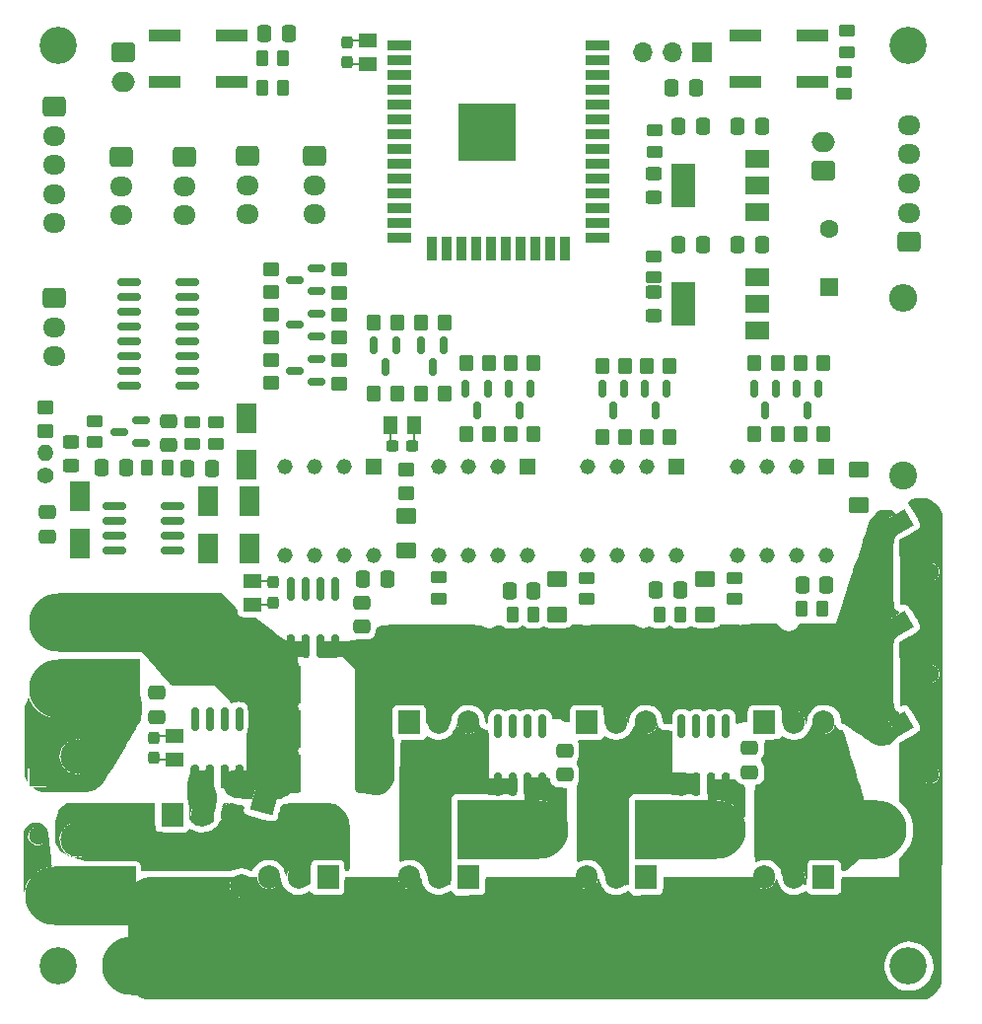
<source format=gbr>
%TF.GenerationSoftware,KiCad,Pcbnew,(6.0.7)*%
%TF.CreationDate,2022-12-27T00:24:06+11:00*%
%TF.ProjectId,esp32_esc,65737033-325f-4657-9363-2e6b69636164,rev?*%
%TF.SameCoordinates,Original*%
%TF.FileFunction,Soldermask,Top*%
%TF.FilePolarity,Negative*%
%FSLAX46Y46*%
G04 Gerber Fmt 4.6, Leading zero omitted, Abs format (unit mm)*
G04 Created by KiCad (PCBNEW (6.0.7)) date 2022-12-27 00:24:06*
%MOMM*%
%LPD*%
G01*
G04 APERTURE LIST*
G04 Aperture macros list*
%AMRoundRect*
0 Rectangle with rounded corners*
0 $1 Rounding radius*
0 $2 $3 $4 $5 $6 $7 $8 $9 X,Y pos of 4 corners*
0 Add a 4 corners polygon primitive as box body*
4,1,4,$2,$3,$4,$5,$6,$7,$8,$9,$2,$3,0*
0 Add four circle primitives for the rounded corners*
1,1,$1+$1,$2,$3*
1,1,$1+$1,$4,$5*
1,1,$1+$1,$6,$7*
1,1,$1+$1,$8,$9*
0 Add four rect primitives between the rounded corners*
20,1,$1+$1,$2,$3,$4,$5,0*
20,1,$1+$1,$4,$5,$6,$7,0*
20,1,$1+$1,$6,$7,$8,$9,0*
20,1,$1+$1,$8,$9,$2,$3,0*%
%AMRotRect*
0 Rectangle, with rotation*
0 The origin of the aperture is its center*
0 $1 length*
0 $2 width*
0 $3 Rotation angle, in degrees counterclockwise*
0 Add horizontal line*
21,1,$1,$2,0,0,$3*%
%AMFreePoly0*
4,1,13,0.587500,-0.725000,0.100000,-0.725000,0.100000,-2.000000,0.080902,-2.058779,0.030902,-2.095106,-0.030902,-2.095106,-0.080902,-2.058779,-0.100000,-2.000000,-0.100000,-0.725000,-0.587500,-0.725000,-0.587500,0.725000,0.587500,0.725000,0.587500,-0.725000,0.587500,-0.725000,$1*%
%AMFreePoly1*
4,1,32,7.000000,-2.500000,0.000000,-2.500000,0.000000,-2.495067,-0.156976,-2.495067,-0.468453,-2.455718,-0.772542,-2.377641,-1.064448,-2.262068,-1.339567,-2.110820,-1.593560,-1.926283,-1.822422,-1.711368,-2.022542,-1.469463,-2.190767,-1.204384,-2.324441,-0.920311,-2.421458,-0.621725,-2.480287,-0.313333,-2.500000,0.000000,-2.480287,0.313333,-2.421458,0.621725,-2.324441,0.920311,-2.190767,1.204384,
-2.022542,1.469463,-1.822422,1.711368,-1.593560,1.926283,-1.339567,2.110820,-1.064448,2.262068,-0.772542,2.377641,-0.468453,2.455718,-0.156976,2.495067,0.000000,2.495067,0.000000,2.500000,7.000000,2.500000,7.000000,-2.500000,7.000000,-2.500000,$1*%
G04 Aperture macros list end*
%ADD10RotRect,2.000000X2.000000X255.000000*%
%ADD11C,2.000000*%
%ADD12R,1.600000X1.600000*%
%ADD13C,1.600000*%
%ADD14R,4.000000X4.000000*%
%ADD15RoundRect,0.237500X0.237500X-0.300000X0.237500X0.300000X-0.237500X0.300000X-0.237500X-0.300000X0*%
%ADD16FreePoly0,90.000000*%
%ADD17RoundRect,0.250000X-0.450000X0.262500X-0.450000X-0.262500X0.450000X-0.262500X0.450000X0.262500X0*%
%ADD18RoundRect,0.249999X-0.450001X-1.425001X0.450001X-1.425001X0.450001X1.425001X-0.450001X1.425001X0*%
%ADD19RoundRect,0.250000X-0.475000X0.337500X-0.475000X-0.337500X0.475000X-0.337500X0.475000X0.337500X0*%
%ADD20RoundRect,0.250000X0.262500X0.450000X-0.262500X0.450000X-0.262500X-0.450000X0.262500X-0.450000X0*%
%ADD21RoundRect,0.250000X0.350000X0.450000X-0.350000X0.450000X-0.350000X-0.450000X0.350000X-0.450000X0*%
%ADD22FreePoly1,0.000000*%
%ADD23RoundRect,0.250000X-0.337500X-0.475000X0.337500X-0.475000X0.337500X0.475000X-0.337500X0.475000X0*%
%ADD24RoundRect,0.250000X-0.450000X0.325000X-0.450000X-0.325000X0.450000X-0.325000X0.450000X0.325000X0*%
%ADD25RoundRect,0.250000X0.337500X0.475000X-0.337500X0.475000X-0.337500X-0.475000X0.337500X-0.475000X0*%
%ADD26C,3.200000*%
%ADD27RoundRect,0.250000X0.475000X-0.337500X0.475000X0.337500X-0.475000X0.337500X-0.475000X-0.337500X0*%
%ADD28R,1.318000X1.318000*%
%ADD29C,1.318000*%
%ADD30RoundRect,0.250000X-0.750000X0.600000X-0.750000X-0.600000X0.750000X-0.600000X0.750000X0.600000X0*%
%ADD31O,2.000000X1.700000*%
%ADD32RoundRect,0.250000X0.450000X-0.350000X0.450000X0.350000X-0.450000X0.350000X-0.450000X-0.350000X0*%
%ADD33RoundRect,0.150000X-0.150000X0.587500X-0.150000X-0.587500X0.150000X-0.587500X0.150000X0.587500X0*%
%ADD34R,1.800000X2.500000*%
%ADD35RoundRect,0.237500X-0.237500X0.300000X-0.237500X-0.300000X0.237500X-0.300000X0.237500X0.300000X0*%
%ADD36FreePoly0,270.000000*%
%ADD37FreePoly1,180.000000*%
%ADD38RoundRect,0.250000X-0.725000X0.600000X-0.725000X-0.600000X0.725000X-0.600000X0.725000X0.600000X0*%
%ADD39O,1.950000X1.700000*%
%ADD40RoundRect,0.150000X-0.825000X-0.150000X0.825000X-0.150000X0.825000X0.150000X-0.825000X0.150000X0*%
%ADD41R,1.700000X1.700000*%
%ADD42O,1.700000X1.700000*%
%ADD43RoundRect,0.250000X-0.262500X-0.450000X0.262500X-0.450000X0.262500X0.450000X-0.262500X0.450000X0*%
%ADD44R,2.000000X1.500000*%
%ADD45R,2.000000X3.800000*%
%ADD46RoundRect,0.250001X0.624999X-0.462499X0.624999X0.462499X-0.624999X0.462499X-0.624999X-0.462499X0*%
%ADD47RoundRect,0.150000X0.150000X-0.825000X0.150000X0.825000X-0.150000X0.825000X-0.150000X-0.825000X0*%
%ADD48RotRect,1.600000X1.600000X300.000000*%
%ADD49RoundRect,0.250000X0.725000X-0.600000X0.725000X0.600000X-0.725000X0.600000X-0.725000X-0.600000X0*%
%ADD50RoundRect,0.150000X0.587500X0.150000X-0.587500X0.150000X-0.587500X-0.150000X0.587500X-0.150000X0*%
%ADD51C,2.400000*%
%ADD52O,2.400000X2.400000*%
%ADD53RoundRect,0.250000X0.450000X-0.262500X0.450000X0.262500X-0.450000X0.262500X-0.450000X-0.262500X0*%
%ADD54R,2.750000X1.000000*%
%ADD55RoundRect,0.237500X-0.300000X-0.237500X0.300000X-0.237500X0.300000X0.237500X-0.300000X0.237500X0*%
%ADD56FreePoly0,0.000000*%
%ADD57R,2.000000X0.900000*%
%ADD58R,0.900000X2.000000*%
%ADD59R,5.000000X5.000000*%
%ADD60C,1.400000*%
%ADD61O,1.400000X1.400000*%
%ADD62RoundRect,0.250000X0.750000X-0.600000X0.750000X0.600000X-0.750000X0.600000X-0.750000X-0.600000X0*%
%ADD63R,1.905000X2.000000*%
%ADD64O,1.905000X2.000000*%
%ADD65C,3.000000*%
G04 APERTURE END LIST*
%TO.C,G\u002A\u002A\u002A*%
G36*
X53216882Y-114038985D02*
G01*
X52613210Y-114037724D01*
X52038777Y-114036825D01*
X51502704Y-114036284D01*
X51014113Y-114036095D01*
X50582125Y-114036254D01*
X50215862Y-114036755D01*
X49924444Y-114037594D01*
X49716993Y-114038765D01*
X49602631Y-114040264D01*
X49584523Y-114040992D01*
X49529328Y-114040934D01*
X49494468Y-114016336D01*
X49475278Y-113947814D01*
X49467089Y-113815983D01*
X49465234Y-113601459D01*
X49465212Y-113545481D01*
X49465212Y-113039716D01*
X50101538Y-113039716D01*
X50101538Y-109382349D01*
X50306719Y-109246566D01*
X50479098Y-109145938D01*
X50688907Y-109041340D01*
X50797220Y-108993935D01*
X50853471Y-108971513D01*
X50910111Y-108952130D01*
X50974963Y-108935534D01*
X51055850Y-108921470D01*
X51160592Y-108909689D01*
X51297013Y-108899936D01*
X51472934Y-108891960D01*
X51696177Y-108885508D01*
X51974564Y-108880328D01*
X52315918Y-108876168D01*
X52728060Y-108872776D01*
X53218813Y-108869898D01*
X53795998Y-108867283D01*
X54467438Y-108864679D01*
X54847467Y-108863278D01*
X55467039Y-108861553D01*
X56053301Y-108860989D01*
X56597992Y-108861524D01*
X57092853Y-108863100D01*
X57529622Y-108865659D01*
X57900041Y-108869140D01*
X58195848Y-108873486D01*
X58408785Y-108878636D01*
X58530590Y-108884533D01*
X58556812Y-108889791D01*
X58493132Y-108956250D01*
X58401688Y-109073199D01*
X58371217Y-109115708D01*
X58295054Y-109247172D01*
X58255236Y-109390281D01*
X58241674Y-109586508D01*
X58241204Y-109650107D01*
X58248094Y-109857184D01*
X58276155Y-109999943D01*
X58336473Y-110119644D01*
X58385893Y-110188609D01*
X58621949Y-110429059D01*
X58890294Y-110570180D01*
X59193510Y-110615619D01*
X59504430Y-110569293D01*
X59767789Y-110441516D01*
X59975230Y-110249088D01*
X60118395Y-110008809D01*
X60188924Y-109737478D01*
X60178459Y-109451895D01*
X60078643Y-109168860D01*
X59985394Y-109023974D01*
X59853134Y-108850572D01*
X60587248Y-108850572D01*
X60622913Y-109119423D01*
X60659224Y-109295551D01*
X60728605Y-109435523D01*
X60854956Y-109584153D01*
X60889416Y-109619112D01*
X61138274Y-109808563D01*
X61408795Y-109895867D01*
X61711143Y-109883692D01*
X61810280Y-109860849D01*
X61994589Y-109778125D01*
X62178473Y-109642503D01*
X62331355Y-109481984D01*
X62422661Y-109324568D01*
X62431738Y-109291737D01*
X62463549Y-109136902D01*
X62484385Y-109036167D01*
X62526524Y-108926147D01*
X62574075Y-108913311D01*
X62608820Y-108991456D01*
X62615943Y-109080967D01*
X62640042Y-109218627D01*
X62703113Y-109406754D01*
X62788281Y-109597880D01*
X63005642Y-109928326D01*
X63282520Y-110173179D01*
X63628474Y-110340397D01*
X63711646Y-110366641D01*
X64034632Y-110422849D01*
X64349843Y-110394250D01*
X64682380Y-110277384D01*
X64806033Y-110215770D01*
X65113661Y-110052520D01*
X65264945Y-110218156D01*
X65391739Y-110331815D01*
X65517418Y-110406974D01*
X65543659Y-110415774D01*
X65634332Y-110424761D01*
X65812687Y-110431127D01*
X66060380Y-110434635D01*
X66359065Y-110435047D01*
X66690398Y-110432127D01*
X66746541Y-110431315D01*
X67821994Y-110414873D01*
X67949866Y-110266091D01*
X68007017Y-110191434D01*
X68044083Y-110111070D01*
X68065356Y-110000868D01*
X68075133Y-109836697D01*
X68077708Y-109594427D01*
X68077738Y-109547574D01*
X68084196Y-109242468D01*
X68103261Y-109032747D01*
X68134470Y-108923012D01*
X68141371Y-108914205D01*
X68186857Y-108897548D01*
X68291571Y-108883756D01*
X68462347Y-108872639D01*
X68706023Y-108864009D01*
X69029435Y-108857678D01*
X69439418Y-108853457D01*
X69942810Y-108851157D01*
X70448051Y-108850572D01*
X72691099Y-108850572D01*
X72691099Y-109019425D01*
X72736153Y-109257552D01*
X72856061Y-109496122D01*
X73027945Y-109694398D01*
X73101598Y-109750355D01*
X73348451Y-109855841D01*
X73631612Y-109889020D01*
X73911988Y-109849862D01*
X74132005Y-109751170D01*
X74363583Y-109537266D01*
X74508105Y-109267896D01*
X74544362Y-109120826D01*
X74582957Y-108991140D01*
X74635423Y-108921322D01*
X74682739Y-108922980D01*
X74705878Y-109007721D01*
X74706131Y-109022124D01*
X74744360Y-109280384D01*
X74847123Y-109561730D01*
X74996531Y-109822507D01*
X75075077Y-109922495D01*
X75363895Y-110175171D01*
X75697542Y-110338451D01*
X76059615Y-110409532D01*
X76433717Y-110385613D01*
X76803445Y-110263891D01*
X76871845Y-110229476D01*
X77196711Y-110056324D01*
X77413025Y-110251751D01*
X77629338Y-110447177D01*
X79912168Y-110414873D01*
X80040047Y-110266091D01*
X80097201Y-110191436D01*
X80134268Y-110111077D01*
X80155543Y-110000883D01*
X80165321Y-109836723D01*
X80167895Y-109594467D01*
X80167926Y-109547574D01*
X80174384Y-109242468D01*
X80193448Y-109032747D01*
X80224658Y-108923012D01*
X80231559Y-108914205D01*
X80270104Y-108901358D01*
X80361977Y-108890194D01*
X80512690Y-108880625D01*
X80727753Y-108872559D01*
X81012678Y-108865907D01*
X81372978Y-108860579D01*
X81814163Y-108856485D01*
X82341745Y-108853535D01*
X82961237Y-108851639D01*
X83678149Y-108850707D01*
X84129053Y-108850572D01*
X87962916Y-108850572D01*
X87962916Y-109019425D01*
X88007969Y-109257552D01*
X88127877Y-109496122D01*
X88299762Y-109694398D01*
X88373414Y-109750355D01*
X88620267Y-109855841D01*
X88903428Y-109889020D01*
X89183804Y-109849862D01*
X89403822Y-109751170D01*
X89635927Y-109536637D01*
X89780375Y-109265594D01*
X89816886Y-109116471D01*
X89851462Y-108981911D01*
X89894507Y-108952456D01*
X89946217Y-109028270D01*
X90006788Y-109209521D01*
X90030232Y-109298354D01*
X90172328Y-109673051D01*
X90391886Y-109975361D01*
X90689187Y-110205569D01*
X91064507Y-110363960D01*
X91073763Y-110366674D01*
X91409223Y-110420557D01*
X91745299Y-110382062D01*
X92100474Y-110248638D01*
X92164469Y-110216129D01*
X92468527Y-110056324D01*
X92684841Y-110251751D01*
X92901155Y-110447177D01*
X94042569Y-110431025D01*
X95183984Y-110414873D01*
X95311863Y-110266091D01*
X95369017Y-110191436D01*
X95406084Y-110111077D01*
X95427359Y-110000883D01*
X95437137Y-109836723D01*
X95439712Y-109594467D01*
X95439742Y-109547574D01*
X95446200Y-109242468D01*
X95465265Y-109032747D01*
X95496474Y-108923012D01*
X95503375Y-108914205D01*
X95541921Y-108901358D01*
X95633794Y-108890194D01*
X95784506Y-108880625D01*
X95999569Y-108872559D01*
X96284494Y-108865907D01*
X96644794Y-108860579D01*
X97085979Y-108856485D01*
X97613562Y-108853535D01*
X98233053Y-108851639D01*
X98949966Y-108850707D01*
X99400870Y-108850572D01*
X103234732Y-108850572D01*
X103234732Y-109019425D01*
X103279785Y-109257552D01*
X103399693Y-109496122D01*
X103571578Y-109694398D01*
X103645230Y-109750355D01*
X103892083Y-109855841D01*
X104175244Y-109889020D01*
X104455620Y-109849862D01*
X104675638Y-109751170D01*
X104907032Y-109537487D01*
X105051575Y-109268639D01*
X105087803Y-109122005D01*
X105122818Y-108987464D01*
X105166750Y-108958305D01*
X105219273Y-109034263D01*
X105280063Y-109215068D01*
X105302048Y-109298354D01*
X105444144Y-109673051D01*
X105663703Y-109975361D01*
X105961003Y-110205569D01*
X106336323Y-110363960D01*
X106345579Y-110366674D01*
X106678770Y-110420528D01*
X107012524Y-110383061D01*
X107365923Y-110251615D01*
X107439854Y-110214227D01*
X107747481Y-110052520D01*
X107898766Y-110218156D01*
X108025559Y-110331815D01*
X108151238Y-110406974D01*
X108177479Y-110415774D01*
X108268152Y-110424761D01*
X108446508Y-110431127D01*
X108694201Y-110434635D01*
X108992886Y-110435047D01*
X109324218Y-110432127D01*
X109380361Y-110431315D01*
X110455815Y-110414873D01*
X110583687Y-110266091D01*
X110640838Y-110191434D01*
X110677903Y-110111070D01*
X110699177Y-110000868D01*
X110708954Y-109836697D01*
X110711528Y-109594427D01*
X110711559Y-109547574D01*
X110718016Y-109242468D01*
X110737081Y-109032747D01*
X110768291Y-108923012D01*
X110775191Y-108914205D01*
X110819288Y-108898265D01*
X110921381Y-108884943D01*
X111088086Y-108874071D01*
X111326018Y-108865483D01*
X111641795Y-108859011D01*
X112042031Y-108854488D01*
X112533344Y-108851747D01*
X113122349Y-108850621D01*
X113293980Y-108850572D01*
X115749137Y-108850572D01*
X115749137Y-107242252D01*
X116057987Y-106919585D01*
X116383947Y-106538826D01*
X116620527Y-106161260D01*
X116778995Y-105760494D01*
X116870620Y-105310137D01*
X116901349Y-104944229D01*
X116911066Y-104659089D01*
X116907350Y-104444412D01*
X116886986Y-104265099D01*
X116846758Y-104086053D01*
X116811470Y-103963227D01*
X116638092Y-103503567D01*
X116404239Y-103096041D01*
X116089108Y-102704941D01*
X116060137Y-102673694D01*
X115749137Y-102341233D01*
X115749137Y-100172312D01*
X117611328Y-100172312D01*
X117686826Y-100442875D01*
X117689196Y-100447908D01*
X117843283Y-100658558D01*
X118059014Y-100799469D01*
X118313254Y-100864626D01*
X118582871Y-100848013D01*
X118839094Y-100746970D01*
X118999567Y-100598126D01*
X119117966Y-100385233D01*
X119177166Y-100147318D01*
X119173803Y-99984187D01*
X119082324Y-99701464D01*
X118915242Y-99488342D01*
X118682668Y-99353569D01*
X118394711Y-99305893D01*
X118389870Y-99305885D01*
X118117640Y-99353008D01*
X117892386Y-99481605D01*
X117725392Y-99673284D01*
X117627945Y-99909651D01*
X117611328Y-100172312D01*
X115749137Y-100172312D01*
X115749137Y-97367025D01*
X116478260Y-96946463D01*
X116821067Y-96744885D01*
X117080083Y-96581889D01*
X117266131Y-96448145D01*
X117390036Y-96334323D01*
X117462621Y-96231096D01*
X117494711Y-96129131D01*
X117499032Y-96066610D01*
X117471737Y-95958634D01*
X117397240Y-95781631D01*
X117286628Y-95555173D01*
X117150986Y-95298833D01*
X117001399Y-95032185D01*
X116848953Y-94774801D01*
X116704733Y-94546256D01*
X116579825Y-94366121D01*
X116485314Y-94253972D01*
X116461280Y-94234280D01*
X116285519Y-94176381D01*
X116057111Y-94171223D01*
X115775650Y-94188568D01*
X115761920Y-91452219D01*
X115761420Y-91352617D01*
X117616246Y-91352617D01*
X117616784Y-91507729D01*
X117689011Y-91783120D01*
X117835136Y-91998721D01*
X118036574Y-92146643D01*
X118274738Y-92218999D01*
X118531042Y-92207902D01*
X118786900Y-92105465D01*
X118877738Y-92042829D01*
X119066564Y-91835803D01*
X119164249Y-91592959D01*
X119169996Y-91334025D01*
X119083007Y-91078729D01*
X118925157Y-90868763D01*
X118777800Y-90740304D01*
X118634945Y-90671602D01*
X118458143Y-90650404D01*
X118267926Y-90659291D01*
X118023635Y-90728402D01*
X117823637Y-90879965D01*
X117682863Y-91094522D01*
X117616246Y-91352617D01*
X115761420Y-91352617D01*
X115748191Y-88715871D01*
X116543769Y-88253473D01*
X116810608Y-88094585D01*
X117048941Y-87945542D01*
X117241786Y-87817526D01*
X117372163Y-87721716D01*
X117419190Y-87677083D01*
X117475629Y-87572481D01*
X117495938Y-87457485D01*
X117475770Y-87317403D01*
X117410781Y-87137542D01*
X117296626Y-86903209D01*
X117128960Y-86599711D01*
X117070535Y-86498093D01*
X116877858Y-86169153D01*
X116724373Y-85922155D01*
X116598562Y-85745896D01*
X116488904Y-85629172D01*
X116383880Y-85560782D01*
X116271970Y-85529523D01*
X116141655Y-85524193D01*
X116072341Y-85527364D01*
X115775650Y-85545144D01*
X115762057Y-82779661D01*
X117611206Y-82779661D01*
X117687479Y-83051358D01*
X117689512Y-83055673D01*
X117782240Y-83217818D01*
X117894982Y-83324515D01*
X118065293Y-83408259D01*
X118121599Y-83429538D01*
X118395638Y-83475987D01*
X118677138Y-83428397D01*
X118839094Y-83354068D01*
X118952429Y-83252614D01*
X119063202Y-83100408D01*
X119097242Y-83037592D01*
X119176117Y-82767972D01*
X119161003Y-82506949D01*
X119063281Y-82272733D01*
X118894335Y-82083532D01*
X118665546Y-81957555D01*
X118394235Y-81912984D01*
X118119839Y-81960000D01*
X117893100Y-82088400D01*
X117725256Y-82279958D01*
X117627545Y-82516453D01*
X117611206Y-82779661D01*
X115762057Y-82779661D01*
X115761927Y-82753155D01*
X115748205Y-79961166D01*
X116544820Y-79499891D01*
X116811839Y-79341520D01*
X117050231Y-79193078D01*
X117243035Y-79065683D01*
X117373290Y-78970450D01*
X117420234Y-78926114D01*
X117474615Y-78825018D01*
X117493834Y-78713253D01*
X117473482Y-78576186D01*
X117409147Y-78399184D01*
X117296420Y-78167614D01*
X117130891Y-77866841D01*
X117067742Y-77756527D01*
X116913643Y-77493281D01*
X116769241Y-77254408D01*
X116646334Y-77058854D01*
X116556721Y-76925562D01*
X116524214Y-76883765D01*
X116411976Y-76759755D01*
X116571057Y-76632082D01*
X116840608Y-76474638D01*
X117179396Y-76370282D01*
X117560823Y-76326691D01*
X117632180Y-76325891D01*
X118047124Y-76378881D01*
X118435469Y-76527149D01*
X118781809Y-76760509D01*
X119070739Y-77068778D01*
X119273023Y-77410696D01*
X119408423Y-77707562D01*
X119394959Y-97852658D01*
X119381496Y-117997754D01*
X119226507Y-118303635D01*
X119046225Y-118583691D01*
X118803120Y-118857282D01*
X118529082Y-119093019D01*
X118256004Y-119259513D01*
X118254710Y-119260112D01*
X118002790Y-119376460D01*
X84516151Y-119388547D01*
X51029513Y-119400635D01*
X50716712Y-119271947D01*
X50544248Y-119196083D01*
X50409270Y-119127774D01*
X50348174Y-119087522D01*
X50375481Y-119074781D01*
X50486636Y-119063801D01*
X50684569Y-119054530D01*
X50972214Y-119046917D01*
X51352501Y-119040910D01*
X51828364Y-119036457D01*
X52402733Y-119033507D01*
X53078541Y-119032008D01*
X53511183Y-119031783D01*
X56729930Y-119031783D01*
X56729930Y-116435212D01*
X114455154Y-116435212D01*
X114477529Y-116861835D01*
X114585308Y-117273330D01*
X114772606Y-117656319D01*
X115033537Y-117997422D01*
X115362215Y-118283261D01*
X115752753Y-118500456D01*
X116010526Y-118591192D01*
X116290658Y-118636740D01*
X116623988Y-118640058D01*
X116967665Y-118603879D01*
X117278837Y-118530936D01*
X117350643Y-118505707D01*
X117726679Y-118306765D01*
X118054355Y-118025166D01*
X118322727Y-117677487D01*
X118520853Y-117280305D01*
X118637789Y-116850197D01*
X118665629Y-116513666D01*
X118616600Y-116104209D01*
X118478610Y-115698316D01*
X118265309Y-115320976D01*
X117990348Y-114997176D01*
X117721029Y-114784405D01*
X117450007Y-114642897D01*
X117135779Y-114525721D01*
X116821328Y-114446400D01*
X116557932Y-114418422D01*
X116120101Y-114469817D01*
X115701712Y-114617643D01*
X115317970Y-114852362D01*
X114984081Y-115164434D01*
X114715250Y-115544321D01*
X114690165Y-115590099D01*
X114524071Y-116006841D01*
X114455154Y-116435212D01*
X56729930Y-116435212D01*
X56729930Y-114047232D01*
X53216882Y-114038985D01*
G37*
G36*
X120097362Y-118156835D02*
G01*
X120070849Y-118183349D01*
X120044335Y-118156835D01*
X120070849Y-118130322D01*
X120097362Y-118156835D01*
G37*
G36*
X40535456Y-105095881D02*
G01*
X40548292Y-104985423D01*
X40564336Y-104902921D01*
X40583945Y-104838611D01*
X40603299Y-104791802D01*
X40778186Y-104524472D01*
X41016436Y-104332124D01*
X41301345Y-104220197D01*
X41616207Y-104194125D01*
X41944321Y-104259345D01*
X42076152Y-104312500D01*
X42212109Y-104380708D01*
X42323287Y-104453822D01*
X42413786Y-104543702D01*
X42487705Y-104662205D01*
X42549142Y-104821191D01*
X42602196Y-105032516D01*
X42650968Y-105308040D01*
X42699555Y-105659620D01*
X42752056Y-106099116D01*
X42780430Y-106349954D01*
X42823131Y-106734322D01*
X42861632Y-107087101D01*
X42894394Y-107393687D01*
X42919878Y-107639473D01*
X42936546Y-107809855D01*
X42942858Y-107890226D01*
X42942874Y-107891671D01*
X42918700Y-107945668D01*
X42834419Y-107992673D01*
X42672395Y-108040548D01*
X42541426Y-108070604D01*
X42061976Y-108225984D01*
X41630767Y-108468132D01*
X41258962Y-108786476D01*
X40957723Y-109170441D01*
X40738213Y-109609455D01*
X40661221Y-109851552D01*
X40612583Y-110025600D01*
X40579052Y-110106858D01*
X40554271Y-110106396D01*
X40538983Y-110064341D01*
X40532078Y-109986630D01*
X40525664Y-109814002D01*
X40519884Y-109557592D01*
X40514883Y-109228536D01*
X40510804Y-108837971D01*
X40507790Y-108397033D01*
X40505987Y-107916857D01*
X40505514Y-107471867D01*
X40505865Y-106892378D01*
X40506932Y-106409180D01*
X40509070Y-106012511D01*
X40512635Y-105692610D01*
X40517983Y-105439712D01*
X40520281Y-105379665D01*
X40905344Y-105379665D01*
X40951413Y-105652195D01*
X41078158Y-105875066D01*
X41267634Y-106037626D01*
X41501900Y-106129227D01*
X41763010Y-106139219D01*
X42033022Y-106056953D01*
X42040355Y-106053308D01*
X42259944Y-105888564D01*
X42402654Y-105665662D01*
X42461541Y-105406175D01*
X42429658Y-105131677D01*
X42379551Y-104999818D01*
X42221088Y-104775579D01*
X42000749Y-104637005D01*
X41721876Y-104586127D01*
X41699106Y-104585903D01*
X41399591Y-104629605D01*
X41164520Y-104755424D01*
X41000988Y-104956264D01*
X40916090Y-105225031D01*
X40905344Y-105379665D01*
X40520281Y-105379665D01*
X40525471Y-105244057D01*
X40535456Y-105095881D01*
G37*
G36*
X64312811Y-109884602D02*
G01*
X64286298Y-109911115D01*
X64259784Y-109884602D01*
X64286298Y-109858088D01*
X64312811Y-109884602D01*
G37*
G36*
X76402999Y-109884602D02*
G01*
X76376485Y-109911115D01*
X76349972Y-109884602D01*
X76376485Y-109858088D01*
X76402999Y-109884602D01*
G37*
G36*
X91674815Y-109884602D02*
G01*
X91648302Y-109911115D01*
X91621788Y-109884602D01*
X91648302Y-109858088D01*
X91674815Y-109884602D01*
G37*
G36*
X106946632Y-109884602D02*
G01*
X106920118Y-109911115D01*
X106893604Y-109884602D01*
X106920118Y-109858088D01*
X106946632Y-109884602D01*
G37*
G36*
X76668135Y-109778547D02*
G01*
X76641621Y-109805061D01*
X76615108Y-109778547D01*
X76641621Y-109752034D01*
X76668135Y-109778547D01*
G37*
G36*
X91939951Y-109778547D02*
G01*
X91913437Y-109805061D01*
X91886924Y-109778547D01*
X91913437Y-109752034D01*
X91939951Y-109778547D01*
G37*
G36*
X107211767Y-109778547D02*
G01*
X107185254Y-109805061D01*
X107158740Y-109778547D01*
X107185254Y-109752034D01*
X107211767Y-109778547D01*
G37*
G36*
X51798406Y-103571877D02*
G01*
X51802154Y-104020148D01*
X51813389Y-104363425D01*
X51832096Y-104601451D01*
X51858262Y-104733969D01*
X51861757Y-104742451D01*
X51911814Y-104833476D01*
X51977619Y-104903384D01*
X52072722Y-104954907D01*
X52210674Y-104990782D01*
X52405023Y-105013741D01*
X52669321Y-105026519D01*
X53017118Y-105031851D01*
X53299755Y-105032618D01*
X54382153Y-105032618D01*
X54576563Y-104878121D01*
X54770972Y-104723624D01*
X54994814Y-104847466D01*
X55371050Y-104997090D01*
X55771382Y-105048521D01*
X56183070Y-105003015D01*
X56593375Y-104861831D01*
X56950364Y-104654404D01*
X57081582Y-104532790D01*
X57215047Y-104363235D01*
X57329370Y-104178866D01*
X57403164Y-104012809D01*
X57419283Y-103928130D01*
X57425978Y-103863502D01*
X57453049Y-103874787D01*
X57510977Y-103970490D01*
X57541391Y-104027223D01*
X57716180Y-104256225D01*
X57944390Y-104409275D01*
X58205225Y-104486179D01*
X58477887Y-104486744D01*
X58741581Y-104410776D01*
X58975511Y-104258083D01*
X59150990Y-104042195D01*
X59266841Y-103748364D01*
X59289847Y-103440281D01*
X59223258Y-103141826D01*
X59070322Y-102876876D01*
X58979186Y-102779534D01*
X58852479Y-102662106D01*
X59130140Y-102688140D01*
X59292945Y-102711794D01*
X59408386Y-102744107D01*
X59440500Y-102764772D01*
X59455336Y-102845364D01*
X59452929Y-102985829D01*
X59447954Y-103039343D01*
X59439700Y-103170858D01*
X59454972Y-103279107D01*
X59504681Y-103370639D01*
X59599737Y-103452001D01*
X59751051Y-103529743D01*
X59969531Y-103610412D01*
X60266089Y-103700557D01*
X60651635Y-103806726D01*
X60786506Y-103842740D01*
X61209161Y-103954039D01*
X61542393Y-104033849D01*
X61799407Y-104077411D01*
X61993412Y-104079965D01*
X62137614Y-104036754D01*
X62245220Y-103943018D01*
X62329436Y-103793999D01*
X62403470Y-103584939D01*
X62480528Y-103311077D01*
X62503971Y-103223899D01*
X62570733Y-102981323D01*
X62622202Y-102820955D01*
X62669416Y-102722269D01*
X62723415Y-102664742D01*
X62795236Y-102627846D01*
X62831937Y-102614083D01*
X62920336Y-102595059D01*
X63075023Y-102579414D01*
X63302790Y-102566931D01*
X63610427Y-102557388D01*
X64004728Y-102550567D01*
X64492484Y-102546248D01*
X64986918Y-102544377D01*
X65498413Y-102543560D01*
X65915538Y-102543788D01*
X66249975Y-102545627D01*
X66513407Y-102549641D01*
X66717518Y-102556397D01*
X66873989Y-102566461D01*
X66994505Y-102580398D01*
X67090747Y-102598775D01*
X67174399Y-102622156D01*
X67257143Y-102651108D01*
X67267085Y-102654804D01*
X67550579Y-102803412D01*
X67835728Y-103027089D01*
X68095493Y-103298805D01*
X68302835Y-103591530D01*
X68399172Y-103786481D01*
X68431164Y-103869753D01*
X68457350Y-103949963D01*
X68478423Y-104038502D01*
X68495079Y-104146761D01*
X68508011Y-104286132D01*
X68517914Y-104468005D01*
X68525483Y-104703772D01*
X68531412Y-105004825D01*
X68536394Y-105382554D01*
X68541126Y-105848351D01*
X68544022Y-106162600D01*
X68548679Y-106704242D01*
X68551227Y-107149315D01*
X68550707Y-107507298D01*
X68546161Y-107787668D01*
X68536631Y-107999905D01*
X68521158Y-108153487D01*
X68498784Y-108257893D01*
X68468549Y-108322601D01*
X68429496Y-108357091D01*
X68380667Y-108370840D01*
X68321102Y-108373328D01*
X68320473Y-108373328D01*
X68190452Y-108343835D01*
X68113156Y-108246227D01*
X68080297Y-108066814D01*
X68077738Y-107972250D01*
X68066615Y-107787954D01*
X68023063Y-107663119D01*
X67937939Y-107558638D01*
X67798140Y-107418840D01*
X65444868Y-107418840D01*
X65316313Y-107555495D01*
X65269198Y-107610386D01*
X65234585Y-107671254D01*
X65209903Y-107755315D01*
X65192583Y-107879786D01*
X65180055Y-108061882D01*
X65169747Y-108318819D01*
X65161245Y-108594164D01*
X65134732Y-109496176D01*
X64962394Y-109568518D01*
X64849274Y-109609551D01*
X64791847Y-109617762D01*
X64790055Y-109614759D01*
X64818508Y-109558982D01*
X64888419Y-109455825D01*
X64902715Y-109436277D01*
X64987793Y-109247212D01*
X65023648Y-109001769D01*
X65010254Y-108737524D01*
X64947585Y-108492053D01*
X64903431Y-108397957D01*
X64713092Y-108152788D01*
X64468273Y-107998389D01*
X64167174Y-107933724D01*
X64090671Y-107931435D01*
X63871041Y-107946006D01*
X63700757Y-107999413D01*
X63579562Y-108069342D01*
X63407090Y-108227355D01*
X63260654Y-108439483D01*
X63164708Y-108664932D01*
X63140928Y-108801030D01*
X63133773Y-108886176D01*
X63116450Y-108871157D01*
X63099325Y-108824059D01*
X63051543Y-108698553D01*
X62992957Y-108558923D01*
X62918852Y-108388411D01*
X62852769Y-108233681D01*
X62692525Y-107971103D01*
X62455082Y-107733603D01*
X62178952Y-107554973D01*
X61857556Y-107446690D01*
X61512356Y-107418798D01*
X61167305Y-107465993D01*
X60846358Y-107582969D01*
X60573470Y-107764421D01*
X60409722Y-107946818D01*
X60270776Y-108147247D01*
X60176765Y-108274049D01*
X60110399Y-108339478D01*
X60054389Y-108355789D01*
X59991443Y-108335236D01*
X59916543Y-108296365D01*
X59616720Y-108191803D01*
X59269776Y-108150937D01*
X58913542Y-108173974D01*
X58585848Y-108261122D01*
X58521832Y-108288690D01*
X58477168Y-108304459D01*
X58410415Y-108318216D01*
X58314322Y-108330135D01*
X58181636Y-108340388D01*
X58005105Y-108349150D01*
X57777478Y-108356593D01*
X57491502Y-108362890D01*
X57139925Y-108368216D01*
X56715497Y-108372743D01*
X56210964Y-108376644D01*
X55619074Y-108380093D01*
X54932577Y-108383263D01*
X54489517Y-108385037D01*
X50631776Y-108399842D01*
X50631793Y-108171843D01*
X50600530Y-107933045D01*
X50516016Y-107729605D01*
X50392211Y-107593065D01*
X50369611Y-107579493D01*
X50287650Y-107564682D01*
X50103631Y-107552003D01*
X49821529Y-107541549D01*
X49445320Y-107533418D01*
X48978979Y-107527703D01*
X48426483Y-107524502D01*
X48050222Y-107523824D01*
X45832853Y-107522754D01*
X45276068Y-107341290D01*
X45045602Y-107263890D01*
X44913048Y-107213399D01*
X44874275Y-107187835D01*
X44925153Y-107185212D01*
X44958454Y-107188744D01*
X45308296Y-107179723D01*
X45655475Y-107075918D01*
X45980227Y-106887214D01*
X46262790Y-106623493D01*
X46371524Y-106482090D01*
X46477127Y-106319621D01*
X46540269Y-106185527D01*
X46573819Y-106038631D01*
X46590643Y-105837754D01*
X46593921Y-105770374D01*
X46583021Y-105425789D01*
X46507660Y-105135497D01*
X46355824Y-104870121D01*
X46115501Y-104600287D01*
X46115349Y-104600138D01*
X45840153Y-104375414D01*
X45556537Y-104242551D01*
X45234638Y-104190408D01*
X45022906Y-104192514D01*
X44633909Y-104264393D01*
X44290426Y-104431016D01*
X43999596Y-104688258D01*
X43870395Y-104858198D01*
X43687821Y-105218834D01*
X43607017Y-105587042D01*
X43625519Y-105950824D01*
X43740863Y-106298185D01*
X43950587Y-106617126D01*
X44252226Y-106895652D01*
X44295066Y-106926195D01*
X44428364Y-107025105D01*
X44470753Y-107073845D01*
X44427634Y-107073290D01*
X44131740Y-106944928D01*
X43841587Y-106735872D01*
X43583141Y-106469538D01*
X43382370Y-106169339D01*
X43347859Y-106099652D01*
X43305661Y-105998746D01*
X43275356Y-105894069D01*
X43255020Y-105766158D01*
X43242729Y-105595550D01*
X43236559Y-105362779D01*
X43234586Y-105048383D01*
X43234523Y-104953078D01*
X43235613Y-104615513D01*
X43240577Y-104360736D01*
X43251960Y-104165489D01*
X43272302Y-104006515D01*
X43304148Y-103860555D01*
X43350041Y-103704352D01*
X43381673Y-103607211D01*
X43493430Y-103300682D01*
X43604793Y-103074204D01*
X43732308Y-102903133D01*
X43892520Y-102762826D01*
X43995385Y-102693119D01*
X44236288Y-102540343D01*
X51798406Y-102540343D01*
X51798406Y-103571877D01*
G37*
G36*
X79684584Y-95762047D02*
G01*
X79738475Y-95922533D01*
X79867681Y-96076695D01*
X80043462Y-96197694D01*
X80212654Y-96255225D01*
X80417863Y-96289894D01*
X80451658Y-96723991D01*
X80460283Y-96888667D01*
X80468118Y-97141632D01*
X80474868Y-97465124D01*
X80480240Y-97841379D01*
X80483941Y-98252634D01*
X80485678Y-98681126D01*
X80485771Y-98788673D01*
X80486089Y-100419257D01*
X82925337Y-100419257D01*
X82925337Y-101073878D01*
X82923436Y-101354802D01*
X82916028Y-101549287D01*
X82900556Y-101676910D01*
X82874463Y-101757245D01*
X82835192Y-101809868D01*
X82828364Y-101816258D01*
X82719874Y-101871368D01*
X82571937Y-101899856D01*
X82427236Y-101898831D01*
X82328454Y-101865402D01*
X82315525Y-101850990D01*
X82249673Y-101824423D01*
X82108198Y-101805398D01*
X81921472Y-101797965D01*
X81917822Y-101797963D01*
X81730550Y-101805146D01*
X81587973Y-101823995D01*
X81520464Y-101850460D01*
X81520118Y-101850990D01*
X81450483Y-101885100D01*
X81318952Y-101903157D01*
X81281496Y-101904017D01*
X81141351Y-101891510D01*
X81052093Y-101860502D01*
X81042874Y-101850990D01*
X80980207Y-101835250D01*
X80816523Y-101822069D01*
X80556831Y-101811600D01*
X80206139Y-101803993D01*
X79769457Y-101799399D01*
X79285770Y-101797963D01*
X77561438Y-101797963D01*
X77250124Y-102109277D01*
X77254042Y-105778916D01*
X77254091Y-106393498D01*
X77252959Y-106977003D01*
X77250737Y-107520767D01*
X77247518Y-108016125D01*
X77243392Y-108454412D01*
X77238450Y-108826965D01*
X77232784Y-109125119D01*
X77226485Y-109340209D01*
X77219644Y-109463571D01*
X77214926Y-109490488D01*
X77135229Y-109533221D01*
X77024186Y-109568907D01*
X76876479Y-109605394D01*
X76988756Y-109415099D01*
X77078868Y-109172948D01*
X77104455Y-108889593D01*
X77064936Y-108608442D01*
X77001776Y-108442976D01*
X76891390Y-108286053D01*
X76738644Y-108132868D01*
X76680185Y-108087360D01*
X76422441Y-107963331D01*
X76147979Y-107928441D01*
X75877269Y-107974386D01*
X75630785Y-108092858D01*
X75428999Y-108275553D01*
X75292383Y-108514163D01*
X75252373Y-108666645D01*
X75221821Y-108854915D01*
X75129585Y-108653892D01*
X75044433Y-108464765D01*
X74960269Y-108272703D01*
X74953252Y-108256352D01*
X74782733Y-107974449D01*
X74539226Y-107725513D01*
X74255798Y-107542410D01*
X74217504Y-107525053D01*
X74042199Y-107460017D01*
X73876060Y-107428425D01*
X73673774Y-107423901D01*
X73541851Y-107429975D01*
X73331046Y-107450645D01*
X73150077Y-107483100D01*
X73035394Y-107520648D01*
X73029543Y-107524065D01*
X72909405Y-107566347D01*
X72829183Y-107560862D01*
X72811402Y-107547852D01*
X72796330Y-107518437D01*
X72783831Y-107464956D01*
X72773767Y-107379747D01*
X72766004Y-107255152D01*
X72760406Y-107083508D01*
X72756836Y-106857156D01*
X72755159Y-106568434D01*
X72755239Y-106209683D01*
X72756939Y-105773241D01*
X72760124Y-105251448D01*
X72764658Y-104636644D01*
X72768573Y-104145499D01*
X72777825Y-103073919D01*
X72787391Y-102104733D01*
X72797368Y-101234279D01*
X72807854Y-100458899D01*
X72818948Y-99774931D01*
X72830746Y-99178715D01*
X72843347Y-98666590D01*
X72856848Y-98234896D01*
X72871349Y-97879973D01*
X72886946Y-97598161D01*
X72903738Y-97385798D01*
X72921822Y-97239224D01*
X72941296Y-97154779D01*
X72956235Y-97130394D01*
X73033818Y-97113641D01*
X73198041Y-97099159D01*
X73429499Y-97087966D01*
X73708784Y-97081080D01*
X73929219Y-97079359D01*
X74822662Y-97078547D01*
X74977979Y-96912280D01*
X75133295Y-96746013D01*
X75474205Y-96919050D01*
X75651841Y-97005060D01*
X75790763Y-97054611D01*
X75931300Y-97075427D01*
X76113782Y-97075228D01*
X76254882Y-97068518D01*
X76590991Y-97028070D01*
X76858667Y-96938139D01*
X77089460Y-96784610D01*
X77256124Y-96620571D01*
X77361676Y-96484209D01*
X77478499Y-96303773D01*
X77589828Y-96109199D01*
X77678899Y-95930424D01*
X77728948Y-95797386D01*
X77734158Y-95766929D01*
X77748540Y-95752622D01*
X77778496Y-95825160D01*
X77794517Y-95880907D01*
X77893667Y-96096865D01*
X78059042Y-96300592D01*
X78261190Y-96463837D01*
X78470661Y-96558349D01*
X78508932Y-96566216D01*
X78838941Y-96572645D01*
X79131141Y-96487708D01*
X79372231Y-96320324D01*
X79548908Y-96079408D01*
X79641935Y-95806659D01*
X79665939Y-95697233D01*
X79678464Y-95686857D01*
X79684584Y-95762047D01*
G37*
G36*
X94967311Y-95770078D02*
G01*
X94987826Y-95827109D01*
X95050688Y-95969311D01*
X95115905Y-96067244D01*
X95131323Y-96080763D01*
X95282575Y-96171422D01*
X95430000Y-96227912D01*
X95612835Y-96261752D01*
X95810932Y-96280253D01*
X96208636Y-96309654D01*
X96222587Y-98124821D01*
X96236539Y-99939988D01*
X98594857Y-99968526D01*
X98609424Y-100862976D01*
X98612375Y-101249185D01*
X98606797Y-101534464D01*
X98592463Y-101723612D01*
X98569142Y-101821430D01*
X98563161Y-101830721D01*
X98475342Y-101877073D01*
X98336764Y-101900405D01*
X98192193Y-101898897D01*
X98086398Y-101870730D01*
X98064586Y-101850990D01*
X97998734Y-101824423D01*
X97857258Y-101805398D01*
X97670532Y-101797965D01*
X97666882Y-101797963D01*
X97479611Y-101805146D01*
X97337034Y-101823995D01*
X97269524Y-101850460D01*
X97269179Y-101850990D01*
X97199544Y-101885100D01*
X97068013Y-101903157D01*
X97030556Y-101904017D01*
X96890411Y-101891510D01*
X96801153Y-101860502D01*
X96791934Y-101850990D01*
X96729673Y-101836024D01*
X96565557Y-101823370D01*
X96303763Y-101813139D01*
X95948466Y-101805443D01*
X95503844Y-101800392D01*
X94974073Y-101798097D01*
X94796208Y-101797963D01*
X92833254Y-101797963D01*
X92521940Y-102109277D01*
X92525858Y-105778916D01*
X92525907Y-106393498D01*
X92524775Y-106977003D01*
X92522554Y-107520767D01*
X92519334Y-108016125D01*
X92515208Y-108454412D01*
X92510266Y-108826965D01*
X92504600Y-109125119D01*
X92498301Y-109340209D01*
X92491461Y-109463571D01*
X92486742Y-109490488D01*
X92407045Y-109533221D01*
X92296002Y-109568907D01*
X92148295Y-109605394D01*
X92260572Y-109415099D01*
X92350684Y-109172948D01*
X92376272Y-108889593D01*
X92336753Y-108608442D01*
X92273593Y-108442976D01*
X92163206Y-108286053D01*
X92010461Y-108132868D01*
X91952001Y-108087360D01*
X91694258Y-107963331D01*
X91419795Y-107928441D01*
X91149085Y-107974386D01*
X90902601Y-108092858D01*
X90700815Y-108275553D01*
X90564200Y-108514163D01*
X90524189Y-108666645D01*
X90493637Y-108854915D01*
X90401401Y-108653892D01*
X90316249Y-108464765D01*
X90232085Y-108272703D01*
X90225068Y-108256352D01*
X90054549Y-107974449D01*
X89811042Y-107725513D01*
X89527614Y-107542410D01*
X89489320Y-107525053D01*
X89314015Y-107460017D01*
X89147877Y-107428425D01*
X88945591Y-107423901D01*
X88813667Y-107429975D01*
X88602862Y-107450645D01*
X88421894Y-107483100D01*
X88307210Y-107520648D01*
X88301359Y-107524065D01*
X88181871Y-107566551D01*
X88102508Y-107561440D01*
X88084634Y-107547465D01*
X88069383Y-107515128D01*
X88056548Y-107456651D01*
X88045924Y-107364256D01*
X88037307Y-107230165D01*
X88030492Y-107046598D01*
X88025273Y-106805777D01*
X88021446Y-106499925D01*
X88018806Y-106121262D01*
X88017147Y-105662010D01*
X88016265Y-105114390D01*
X88015955Y-104470624D01*
X88015943Y-104276601D01*
X88016045Y-103607831D01*
X88016522Y-103036783D01*
X88017629Y-102555124D01*
X88019622Y-102154522D01*
X88022755Y-101826643D01*
X88027286Y-101563156D01*
X88033468Y-101355728D01*
X88041557Y-101196027D01*
X88051809Y-101075719D01*
X88064479Y-100986472D01*
X88079823Y-100919954D01*
X88098096Y-100867832D01*
X88119554Y-100821774D01*
X88121997Y-100816961D01*
X88176235Y-100685308D01*
X88209022Y-100531159D01*
X88224765Y-100324804D01*
X88228051Y-100102354D01*
X88223081Y-99836501D01*
X88205252Y-99647276D01*
X88170185Y-99505589D01*
X88121997Y-99397892D01*
X88054079Y-99242793D01*
X88017814Y-99104687D01*
X88015943Y-99078469D01*
X88039742Y-98955282D01*
X88099111Y-98796660D01*
X88121997Y-98748902D01*
X88179656Y-98569627D01*
X88216455Y-98320165D01*
X88231310Y-98034524D01*
X88223140Y-97746712D01*
X88190862Y-97490737D01*
X88165382Y-97385438D01*
X88130887Y-97243960D01*
X88139267Y-97166708D01*
X88178639Y-97128218D01*
X88254628Y-97112420D01*
X88417695Y-97098710D01*
X88648874Y-97088020D01*
X88929193Y-97081280D01*
X89174522Y-97079359D01*
X90094478Y-97078547D01*
X90249795Y-96912280D01*
X90405111Y-96746013D01*
X90746022Y-96919050D01*
X90923658Y-97005060D01*
X91062580Y-97054611D01*
X91203116Y-97075427D01*
X91385598Y-97075228D01*
X91526698Y-97068518D01*
X91862807Y-97028070D01*
X92130483Y-96938139D01*
X92361276Y-96784610D01*
X92527940Y-96620571D01*
X92633492Y-96484209D01*
X92750315Y-96303773D01*
X92861644Y-96109199D01*
X92950716Y-95930424D01*
X93000764Y-95797386D01*
X93005974Y-95766929D01*
X93020356Y-95752622D01*
X93050312Y-95825160D01*
X93066333Y-95880907D01*
X93165483Y-96096865D01*
X93330858Y-96300592D01*
X93533007Y-96463837D01*
X93742478Y-96558349D01*
X93780748Y-96566216D01*
X94079836Y-96571132D01*
X94358437Y-96497363D01*
X94598431Y-96357631D01*
X94781698Y-96164656D01*
X94890120Y-95931160D01*
X94911798Y-95772163D01*
X94916043Y-95685194D01*
X94931330Y-95682174D01*
X94967311Y-95770078D01*
G37*
G36*
X108350735Y-95899091D02*
G01*
X108432604Y-96097211D01*
X108586832Y-96291690D01*
X108782869Y-96453251D01*
X108990165Y-96552616D01*
X109045900Y-96565280D01*
X109369121Y-96571116D01*
X109660607Y-96486645D01*
X109904106Y-96321339D01*
X110083365Y-96084668D01*
X110150547Y-95921531D01*
X110196344Y-95792775D01*
X110223765Y-95761014D01*
X110230621Y-95796718D01*
X110276889Y-95929103D01*
X110386037Y-96067973D01*
X110524170Y-96179659D01*
X110657392Y-96230488D01*
X110667709Y-96230925D01*
X110794847Y-96249071D01*
X110858092Y-96274263D01*
X110885359Y-96331583D01*
X110939903Y-96481352D01*
X111018779Y-96714359D01*
X111119039Y-97021398D01*
X111237737Y-97393259D01*
X111371926Y-97820735D01*
X111518660Y-98294617D01*
X111674991Y-98805696D01*
X111795356Y-99203201D01*
X111956602Y-99737536D01*
X112109413Y-100243021D01*
X112250928Y-100710249D01*
X112378284Y-101129813D01*
X112488618Y-101492304D01*
X112579070Y-101788316D01*
X112646776Y-102008441D01*
X112688874Y-102143271D01*
X112701781Y-102182410D01*
X112704949Y-102202451D01*
X112692165Y-102219386D01*
X112655336Y-102233477D01*
X112586370Y-102244983D01*
X112477175Y-102254165D01*
X112319659Y-102261282D01*
X112105731Y-102266595D01*
X111827297Y-102270364D01*
X111476267Y-102272850D01*
X111044547Y-102274311D01*
X110524047Y-102275010D01*
X109906673Y-102275205D01*
X109815770Y-102275207D01*
X106893604Y-102275207D01*
X106893604Y-107312785D01*
X112220842Y-107312785D01*
X111692561Y-107843057D01*
X111472596Y-108060258D01*
X111309774Y-108210612D01*
X111189461Y-108305348D01*
X111097025Y-108355695D01*
X111017833Y-108372881D01*
X111001551Y-108373328D01*
X110846046Y-108349592D01*
X110755153Y-108267107D01*
X110715888Y-108108960D01*
X110711559Y-107995601D01*
X110691715Y-107795573D01*
X110620074Y-107641389D01*
X110574277Y-107581990D01*
X110436995Y-107418840D01*
X108078688Y-107418840D01*
X107950134Y-107555530D01*
X107903074Y-107609988D01*
X107868758Y-107669507D01*
X107844771Y-107751318D01*
X107828697Y-107872652D01*
X107818121Y-108050737D01*
X107810626Y-108302805D01*
X107804798Y-108592212D01*
X107788017Y-109492203D01*
X107655521Y-109542578D01*
X107518808Y-109585617D01*
X107467522Y-109569854D01*
X107493217Y-109485838D01*
X107536059Y-109408878D01*
X107622849Y-109173702D01*
X107647915Y-108895554D01*
X107610836Y-108618005D01*
X107545409Y-108442976D01*
X107435023Y-108286053D01*
X107282277Y-108132868D01*
X107223817Y-108087360D01*
X106966584Y-107963622D01*
X106692402Y-107928708D01*
X106421793Y-107974325D01*
X106175282Y-108092182D01*
X105973391Y-108273985D01*
X105836644Y-108511441D01*
X105796417Y-108664110D01*
X105766276Y-108849845D01*
X105674901Y-108677871D01*
X105593010Y-108502350D01*
X105521682Y-108316443D01*
X105520062Y-108311514D01*
X105397497Y-108071015D01*
X105201656Y-107835832D01*
X104962210Y-107636771D01*
X104763578Y-107526103D01*
X104587504Y-107460564D01*
X104421720Y-107428612D01*
X104220730Y-107423796D01*
X104085484Y-107429975D01*
X103874679Y-107450645D01*
X103693710Y-107483100D01*
X103579027Y-107520648D01*
X103573176Y-107524065D01*
X103453687Y-107566551D01*
X103374324Y-107561440D01*
X103356465Y-107547473D01*
X103341223Y-107515154D01*
X103328394Y-107456710D01*
X103317773Y-107364371D01*
X103309156Y-107230363D01*
X103302339Y-107046916D01*
X103297117Y-106806258D01*
X103293285Y-106500617D01*
X103290639Y-106122221D01*
X103288974Y-105663298D01*
X103288087Y-105116077D01*
X103287772Y-104472786D01*
X103287759Y-104271062D01*
X103287581Y-103594309D01*
X103287501Y-103015918D01*
X103288201Y-102528201D01*
X103290361Y-102123468D01*
X103294662Y-101794028D01*
X103301787Y-101532192D01*
X103312415Y-101330272D01*
X103327228Y-101180575D01*
X103346908Y-101075414D01*
X103372134Y-101007099D01*
X103403590Y-100967939D01*
X103441955Y-100950245D01*
X103487911Y-100946328D01*
X103542138Y-100948497D01*
X103581978Y-100949529D01*
X103715719Y-100905387D01*
X103863254Y-100791938D01*
X103997286Y-100637646D01*
X104090519Y-100470974D01*
X104112510Y-100396306D01*
X104126280Y-100258229D01*
X104132667Y-100052116D01*
X104130758Y-99815785D01*
X104128316Y-99741707D01*
X104115384Y-99504724D01*
X104094039Y-99343042D01*
X104056643Y-99225909D01*
X103995557Y-99122574D01*
X103963855Y-99079625D01*
X103854096Y-98911828D01*
X103824209Y-98790058D01*
X103871115Y-98694266D01*
X103900466Y-98666959D01*
X103985735Y-98578527D01*
X104046798Y-98464505D01*
X104088669Y-98305211D01*
X104116360Y-98080962D01*
X104134885Y-97772074D01*
X104136193Y-97741387D01*
X104162707Y-97105061D01*
X104790989Y-97078547D01*
X105058164Y-97066346D01*
X105240731Y-97053014D01*
X105360059Y-97033379D01*
X105437518Y-97002269D01*
X105494476Y-96954510D01*
X105543110Y-96896491D01*
X105666948Y-96740948D01*
X106012848Y-96916518D01*
X106192629Y-97003724D01*
X106332393Y-97054044D01*
X106472641Y-97075315D01*
X106653877Y-97075373D01*
X106798515Y-97068518D01*
X107045693Y-97048785D01*
X107222162Y-97015371D01*
X107363148Y-96959639D01*
X107450389Y-96908677D01*
X107678677Y-96739112D01*
X107861773Y-96543538D01*
X108024022Y-96292448D01*
X108130220Y-96084686D01*
X108313684Y-95700637D01*
X108350735Y-95899091D01*
G37*
G36*
X63199241Y-109195249D02*
G01*
X63172728Y-109221762D01*
X63146214Y-109195249D01*
X63172728Y-109168735D01*
X63199241Y-109195249D01*
G37*
G36*
X44675094Y-107118352D02*
G01*
X44667815Y-107149877D01*
X44639742Y-107153704D01*
X44596095Y-107134302D01*
X44604391Y-107118352D01*
X44667322Y-107112006D01*
X44675094Y-107118352D01*
G37*
G36*
X56688985Y-99355607D02*
G01*
X56751793Y-99454054D01*
X56778570Y-99627844D01*
X56782957Y-99812808D01*
X56789723Y-100006097D01*
X56807565Y-100155244D01*
X56832794Y-100230991D01*
X56835984Y-100233662D01*
X56860004Y-100298184D01*
X56878643Y-100442325D01*
X56889001Y-100639678D01*
X56890176Y-100727293D01*
X56899956Y-101012677D01*
X56931003Y-101226406D01*
X56988399Y-101401638D01*
X56996230Y-101419307D01*
X57048729Y-101561326D01*
X57081083Y-101725201D01*
X57097219Y-101939994D01*
X57101120Y-102195666D01*
X57096056Y-102479710D01*
X57078246Y-102687130D01*
X57043764Y-102846991D01*
X56996230Y-102972026D01*
X56923607Y-103199822D01*
X56892344Y-103485387D01*
X56890176Y-103595774D01*
X56887385Y-103798585D01*
X56872114Y-103929454D01*
X56831791Y-104022495D01*
X56753845Y-104111821D01*
X56671476Y-104189194D01*
X56409023Y-104377081D01*
X56111029Y-104502221D01*
X55815732Y-104549205D01*
X55779252Y-104548759D01*
X55686912Y-104542955D01*
X55684644Y-104532796D01*
X55778515Y-104514975D01*
X55865283Y-104501884D01*
X56189642Y-104413320D01*
X56440854Y-104250844D01*
X56620214Y-104020281D01*
X56724622Y-103737397D01*
X56741689Y-103438906D01*
X56677165Y-103149405D01*
X56536801Y-102893491D01*
X56326349Y-102695760D01*
X56307733Y-102683858D01*
X56066531Y-102589264D01*
X55785751Y-102562664D01*
X55506618Y-102603361D01*
X55284479Y-102701103D01*
X55075399Y-102895919D01*
X54940252Y-103142208D01*
X54878194Y-103418020D01*
X54888379Y-103701404D01*
X54969962Y-103970410D01*
X55122099Y-104203088D01*
X55343944Y-104377487D01*
X55349105Y-104380239D01*
X55483275Y-104458291D01*
X55521933Y-104496689D01*
X55469054Y-104492513D01*
X55328616Y-104442844D01*
X55287039Y-104425805D01*
X55143129Y-104340258D01*
X54983351Y-104208870D01*
X54909373Y-104134003D01*
X54714899Y-103918743D01*
X54714899Y-103133624D01*
X54712395Y-102804465D01*
X54703975Y-102565720D01*
X54688277Y-102401849D01*
X54663938Y-102297308D01*
X54637045Y-102245572D01*
X54603057Y-102172786D01*
X54579664Y-102049097D01*
X54565333Y-101858672D01*
X54558536Y-101585677D01*
X54557504Y-101422503D01*
X54558027Y-101128849D01*
X54563409Y-100917965D01*
X54576967Y-100766577D01*
X54602012Y-100651410D01*
X54641859Y-100549191D01*
X54697189Y-100441501D01*
X54786439Y-100239924D01*
X54841211Y-100013090D01*
X54869527Y-99756418D01*
X54900494Y-99332201D01*
X55129778Y-99315704D01*
X55335049Y-99325052D01*
X55457865Y-99393506D01*
X55507975Y-99527767D01*
X55510306Y-99577316D01*
X55515066Y-99662103D01*
X55546092Y-99707681D01*
X55628502Y-99726218D01*
X55787417Y-99729885D01*
X55825268Y-99729904D01*
X56140230Y-99729904D01*
X56156687Y-99531053D01*
X56173332Y-99406599D01*
X56216872Y-99346328D01*
X56318869Y-99322581D01*
X56402429Y-99315704D01*
X56576934Y-99315243D01*
X56688985Y-99355607D01*
G37*
G36*
X84081879Y-100167378D02*
G01*
X84098336Y-100366230D01*
X84774885Y-100366230D01*
X84807801Y-99968526D01*
X85338072Y-99968526D01*
X85354530Y-100167378D01*
X85373257Y-100297814D01*
X85420242Y-100353605D01*
X85525942Y-100366140D01*
X85547480Y-100366230D01*
X85671831Y-100379094D01*
X85730805Y-100439469D01*
X85756542Y-100538568D01*
X85844708Y-100808848D01*
X85997462Y-101006493D01*
X86221915Y-101136265D01*
X86525175Y-101202924D01*
X86766226Y-101214664D01*
X87006712Y-101222612D01*
X87148650Y-101247115D01*
X87196591Y-101281778D01*
X87202924Y-101350970D01*
X87207562Y-101511518D01*
X87210400Y-101748739D01*
X87211330Y-102047947D01*
X87210247Y-102394457D01*
X87207264Y-102753281D01*
X87202845Y-103120328D01*
X87198022Y-103444185D01*
X87193056Y-103712347D01*
X87188212Y-103912310D01*
X87183751Y-104031570D01*
X87179938Y-104057622D01*
X87179846Y-104056914D01*
X87125666Y-103874973D01*
X87011065Y-103647543D01*
X86852811Y-103401870D01*
X86667668Y-103165196D01*
X86557696Y-103045939D01*
X86276275Y-102790846D01*
X85986500Y-102594636D01*
X85670270Y-102451219D01*
X85309481Y-102354507D01*
X84886029Y-102298409D01*
X84381812Y-102276836D01*
X84269221Y-102276128D01*
X83571560Y-102275207D01*
X83536578Y-101784706D01*
X83523682Y-101523916D01*
X83516204Y-101202855D01*
X83514864Y-100867199D01*
X83518372Y-100631366D01*
X83535149Y-99968526D01*
X84065421Y-99968526D01*
X84081879Y-100167378D01*
G37*
G36*
X99883671Y-100220405D02*
G01*
X99899833Y-100472284D01*
X100577564Y-100472284D01*
X100609888Y-99968526D01*
X101140160Y-99968526D01*
X101172484Y-100472284D01*
X101401224Y-100472284D01*
X101540098Y-100482066D01*
X101650997Y-100523809D01*
X101770345Y-100616110D01*
X101868585Y-100710906D01*
X102039547Y-100859786D01*
X102181450Y-100940059D01*
X102233496Y-100950341D01*
X102306614Y-100952003D01*
X102364539Y-100963278D01*
X102408913Y-100995168D01*
X102441377Y-101058675D01*
X102463570Y-101164801D01*
X102477134Y-101324546D01*
X102483710Y-101548913D01*
X102484939Y-101848903D01*
X102482460Y-102235517D01*
X102479079Y-102597004D01*
X102474929Y-102986873D01*
X102470390Y-103335883D01*
X102465687Y-103631825D01*
X102461046Y-103862488D01*
X102456693Y-104015661D01*
X102452853Y-104079133D01*
X102451707Y-104078130D01*
X102392124Y-103886563D01*
X102275624Y-103650846D01*
X102120661Y-103401441D01*
X101945688Y-103168805D01*
X101813471Y-103024673D01*
X101462109Y-102729498D01*
X101087428Y-102513726D01*
X100671543Y-102370792D01*
X100196567Y-102294135D01*
X99773677Y-102276128D01*
X99308655Y-102275207D01*
X99322946Y-101121867D01*
X99337237Y-99968526D01*
X99867508Y-99968526D01*
X99883671Y-100220405D01*
G37*
G36*
X58046656Y-102554145D02*
G01*
X58101307Y-102567496D01*
X58082122Y-102579199D01*
X57959074Y-102631898D01*
X57808813Y-102722893D01*
X57676957Y-102822315D01*
X57618947Y-102882464D01*
X57588813Y-102884543D01*
X57579176Y-102823072D01*
X57592958Y-102668006D01*
X57651662Y-102582638D01*
X57777176Y-102548967D01*
X57915457Y-102546494D01*
X58046656Y-102554145D01*
G37*
G36*
X58797989Y-102619883D02*
G01*
X58771475Y-102646397D01*
X58744961Y-102619883D01*
X58771475Y-102593370D01*
X58797989Y-102619883D01*
G37*
G36*
X58585880Y-102566856D02*
G01*
X58559366Y-102593370D01*
X58532853Y-102566856D01*
X58559366Y-102540343D01*
X58585880Y-102566856D01*
G37*
G36*
X53974123Y-84469899D02*
G01*
X57528546Y-84484602D01*
X58216294Y-85177950D01*
X58460432Y-85425528D01*
X58639054Y-85611915D01*
X58762288Y-85750251D01*
X58840264Y-85853679D01*
X58883112Y-85935339D01*
X58900958Y-86008374D01*
X58904043Y-86070234D01*
X58932891Y-86247390D01*
X59034846Y-86399160D01*
X59059045Y-86424171D01*
X59129279Y-86490782D01*
X59196382Y-86534912D01*
X59283137Y-86561190D01*
X59412324Y-86574241D01*
X59606724Y-86578694D01*
X59822231Y-86579174D01*
X60430414Y-86579174D01*
X61755411Y-87613203D01*
X62080083Y-87865866D01*
X62377801Y-88096189D01*
X62638353Y-88296378D01*
X62851524Y-88458639D01*
X63007099Y-88575176D01*
X63094866Y-88638196D01*
X63110405Y-88647232D01*
X63130948Y-88599666D01*
X63149524Y-88478660D01*
X63156565Y-88395353D01*
X63172728Y-88143474D01*
X63702999Y-88143474D01*
X63735323Y-88647232D01*
X64413055Y-88647232D01*
X64445379Y-88143474D01*
X64975650Y-88143474D01*
X64975650Y-90052451D01*
X64538176Y-90036325D01*
X64100703Y-90020198D01*
X64100703Y-90334738D01*
X64114689Y-90559244D01*
X64157863Y-90690018D01*
X64180243Y-90715291D01*
X64203608Y-90748252D01*
X64222035Y-90811418D01*
X64236075Y-90915993D01*
X64246279Y-91073177D01*
X64253197Y-91294175D01*
X64257382Y-91590187D01*
X64259384Y-91972417D01*
X64259784Y-92332618D01*
X64259088Y-92788886D01*
X64256634Y-93150308D01*
X64251869Y-93428088D01*
X64244244Y-93633427D01*
X64233207Y-93777529D01*
X64218208Y-93871595D01*
X64198695Y-93926828D01*
X64180243Y-93949946D01*
X64124546Y-94052497D01*
X64100918Y-94222244D01*
X64100703Y-94241595D01*
X64120558Y-94416074D01*
X64173485Y-94527024D01*
X64180243Y-94533245D01*
X64203776Y-94566433D01*
X64222296Y-94629992D01*
X64236369Y-94735215D01*
X64246556Y-94893390D01*
X64253423Y-95115811D01*
X64257532Y-95413766D01*
X64259447Y-95798549D01*
X64259784Y-96126764D01*
X64259048Y-96580426D01*
X64256466Y-96939413D01*
X64251474Y-97215096D01*
X64243510Y-97418846D01*
X64232011Y-97562034D01*
X64216414Y-97656032D01*
X64196156Y-97712210D01*
X64180243Y-97733811D01*
X64126475Y-97843509D01*
X64101355Y-98015223D01*
X64100703Y-98049269D01*
X64120218Y-98231861D01*
X64173403Y-98344911D01*
X64180243Y-98351199D01*
X64203776Y-98384387D01*
X64222296Y-98447946D01*
X64236369Y-98553169D01*
X64246556Y-98711344D01*
X64253423Y-98933765D01*
X64257532Y-99231720D01*
X64259447Y-99616503D01*
X64259784Y-99944718D01*
X64259803Y-100412976D01*
X64257928Y-100785995D01*
X64251258Y-101074587D01*
X64236894Y-101289563D01*
X64211936Y-101441735D01*
X64173484Y-101541914D01*
X64118640Y-101600910D01*
X64044502Y-101629536D01*
X63948172Y-101638602D01*
X63826749Y-101638920D01*
X63805388Y-101638881D01*
X63613787Y-101650381D01*
X63462542Y-101696849D01*
X63297848Y-101796237D01*
X63265648Y-101818968D01*
X62921981Y-102029152D01*
X62584936Y-102157612D01*
X62441911Y-102190066D01*
X62340879Y-102209010D01*
X62283280Y-102206767D01*
X62264709Y-102164511D01*
X62280761Y-102063414D01*
X62327029Y-101884650D01*
X62350154Y-101797963D01*
X62360229Y-101747783D01*
X62350680Y-101707537D01*
X62307375Y-101670986D01*
X62216187Y-101631893D01*
X62062986Y-101584020D01*
X61833641Y-101521131D01*
X61559398Y-101448882D01*
X61267845Y-101372561D01*
X61003152Y-101303471D01*
X60786502Y-101247128D01*
X60639080Y-101209045D01*
X60593931Y-101197568D01*
X60530420Y-101185881D01*
X60483539Y-101199709D01*
X60443423Y-101256190D01*
X60400211Y-101372462D01*
X60344040Y-101565662D01*
X60309107Y-101692474D01*
X60242761Y-101913841D01*
X60180008Y-102086911D01*
X60128818Y-102191456D01*
X60103979Y-102213012D01*
X60029219Y-102205992D01*
X59872976Y-102194063D01*
X59659609Y-102179015D01*
X59460828Y-102165717D01*
X59045153Y-102130406D01*
X58718708Y-102082062D01*
X58464974Y-102015731D01*
X58267435Y-101926454D01*
X58109574Y-101809278D01*
X58041374Y-101739809D01*
X57923780Y-101593442D01*
X57837658Y-101458310D01*
X57811010Y-101395324D01*
X57752473Y-101299186D01*
X57623542Y-101258509D01*
X57613136Y-101257421D01*
X57445797Y-101241178D01*
X57445797Y-99332201D01*
X57675081Y-99315704D01*
X57871188Y-99320852D01*
X57988628Y-99381826D01*
X58044264Y-99514885D01*
X58055609Y-99682591D01*
X58055609Y-99940454D01*
X58227947Y-99835377D01*
X58382307Y-99764257D01*
X58529686Y-99730527D01*
X58542909Y-99730103D01*
X58638223Y-99717105D01*
X58683311Y-99657994D01*
X58701990Y-99531053D01*
X58718635Y-99406599D01*
X58762174Y-99346328D01*
X58864172Y-99322581D01*
X58947732Y-99315704D01*
X59153003Y-99325052D01*
X59275819Y-99393506D01*
X59325930Y-99527767D01*
X59328260Y-99577316D01*
X59342180Y-99685559D01*
X59406309Y-99725418D01*
X59487341Y-99729904D01*
X59646423Y-99729904D01*
X59648302Y-98152347D01*
X59649791Y-97679763D01*
X59653345Y-97302212D01*
X59659462Y-97008685D01*
X59668644Y-96788173D01*
X59681389Y-96629666D01*
X59698199Y-96522154D01*
X59719573Y-96454629D01*
X59725964Y-96442222D01*
X59755009Y-96364318D01*
X59776315Y-96237826D01*
X59790837Y-96049166D01*
X59799527Y-95784761D01*
X59803340Y-95431033D01*
X59803625Y-95336666D01*
X59801549Y-94933819D01*
X59791267Y-94622683D01*
X59769328Y-94389020D01*
X59732280Y-94218593D01*
X59676671Y-94097165D01*
X59599050Y-94010498D01*
X59495963Y-93944355D01*
X59461973Y-93927530D01*
X59264049Y-93870326D01*
X59011840Y-93846806D01*
X58752003Y-93858128D01*
X58533866Y-93904512D01*
X58411345Y-93938167D01*
X58345467Y-93920152D01*
X58307444Y-93864741D01*
X58253743Y-93795252D01*
X58138009Y-93665876D01*
X57973805Y-93491109D01*
X57774694Y-93285446D01*
X57605740Y-93114769D01*
X56956565Y-92465186D01*
X55122822Y-92465186D01*
X54633821Y-92465062D01*
X54239723Y-92464238D01*
X53929375Y-92462037D01*
X53691626Y-92457781D01*
X53515325Y-92450792D01*
X53389320Y-92440392D01*
X53302459Y-92425904D01*
X53243590Y-92406650D01*
X53201562Y-92381953D01*
X53165222Y-92351134D01*
X53159501Y-92345875D01*
X53094337Y-92277622D01*
X52969495Y-92139256D01*
X52794199Y-91941286D01*
X52577676Y-91694223D01*
X52329148Y-91408575D01*
X52057842Y-91094852D01*
X51879468Y-90887629D01*
X50729015Y-89548693D01*
X49739180Y-89536884D01*
X48749346Y-89525074D01*
X49584523Y-89509024D01*
X50419700Y-89492973D01*
X50419700Y-84455197D01*
X53974123Y-84469899D01*
G37*
G36*
X114802621Y-77350951D02*
G01*
X114855694Y-77360157D01*
X115004649Y-77408571D01*
X115166588Y-77483026D01*
X115311052Y-77566526D01*
X115407582Y-77642073D01*
X115430318Y-77680800D01*
X115387977Y-77723270D01*
X115276279Y-77799523D01*
X115119290Y-77893148D01*
X115117301Y-77894270D01*
X114803627Y-78071040D01*
X115587145Y-79444258D01*
X115454988Y-79582200D01*
X115345763Y-79733940D01*
X115270848Y-79901396D01*
X115259422Y-79994724D01*
X115249120Y-80186121D01*
X115240085Y-80467603D01*
X115232460Y-80831190D01*
X115226388Y-81268900D01*
X115222012Y-81772751D01*
X115219475Y-82334761D01*
X115218865Y-82802343D01*
X115218966Y-83441084D01*
X115219890Y-83982459D01*
X115222573Y-84435156D01*
X115227952Y-84807861D01*
X115236962Y-85109263D01*
X115250538Y-85348050D01*
X115269616Y-85532910D01*
X115295131Y-85672530D01*
X115328020Y-85775598D01*
X115369216Y-85850802D01*
X115419658Y-85906829D01*
X115480279Y-85952368D01*
X115552015Y-85996106D01*
X115563528Y-86002893D01*
X115689862Y-86099399D01*
X115738853Y-86187191D01*
X115738005Y-86200111D01*
X115687006Y-86263634D01*
X115565107Y-86359835D01*
X115395005Y-86471527D01*
X115324459Y-86513301D01*
X115136713Y-86621656D01*
X114981040Y-86712136D01*
X114882873Y-86769933D01*
X114866626Y-86779815D01*
X114864807Y-86840810D01*
X114922119Y-86985439D01*
X115039092Y-87214849D01*
X115198660Y-87499699D01*
X115591285Y-88181601D01*
X115437949Y-88338437D01*
X115321348Y-88502421D01*
X115253531Y-88683675D01*
X115252323Y-88690564D01*
X115245926Y-88781377D01*
X115239926Y-88967167D01*
X115234453Y-89236854D01*
X115229635Y-89579360D01*
X115225599Y-89983607D01*
X115222475Y-90438516D01*
X115220391Y-90933010D01*
X115219476Y-91456009D01*
X115219449Y-91525658D01*
X115219436Y-92155214D01*
X115220341Y-92687537D01*
X115223131Y-93131448D01*
X115228770Y-93495767D01*
X115238226Y-93789315D01*
X115252463Y-94020912D01*
X115272447Y-94199381D01*
X115299144Y-94333540D01*
X115333520Y-94432213D01*
X115376540Y-94504218D01*
X115429170Y-94558377D01*
X115492376Y-94603511D01*
X115560942Y-94644791D01*
X115688934Y-94744662D01*
X115747881Y-94843048D01*
X115749137Y-94856645D01*
X115731624Y-94940583D01*
X115709366Y-94958611D01*
X115648948Y-94984152D01*
X115519528Y-95051778D01*
X115343394Y-95149593D01*
X115234828Y-95211867D01*
X114800061Y-95463973D01*
X115587589Y-96824621D01*
X115317787Y-97134819D01*
X115154173Y-97310256D01*
X115010568Y-97425401D01*
X114847480Y-97507752D01*
X114711433Y-97557014D01*
X114354954Y-97634921D01*
X114013975Y-97618813D01*
X113659371Y-97507260D01*
X113654565Y-97505185D01*
X113554415Y-97450413D01*
X113381755Y-97343544D01*
X113150609Y-97193787D01*
X112875004Y-97010354D01*
X112568966Y-96802456D01*
X112275859Y-96599781D01*
X111848020Y-96305536D01*
X111496844Y-96072884D01*
X111223998Y-95902867D01*
X111031150Y-95796526D01*
X110923667Y-95755448D01*
X110822521Y-95734290D01*
X110763750Y-95695595D01*
X110731244Y-95612929D01*
X110708894Y-95459860D01*
X110701096Y-95390247D01*
X110610829Y-95001616D01*
X110438013Y-94674247D01*
X110191340Y-94415341D01*
X109879503Y-94232097D01*
X109511191Y-94131715D01*
X109163772Y-94116737D01*
X108945138Y-94133777D01*
X108785431Y-94168542D01*
X108637543Y-94236562D01*
X108462231Y-94348062D01*
X108157960Y-94612066D01*
X107942178Y-94930985D01*
X107819501Y-95297325D01*
X107800888Y-95421267D01*
X107769351Y-95610321D01*
X107730310Y-95712983D01*
X107691644Y-95724643D01*
X107661231Y-95640686D01*
X107648500Y-95510482D01*
X107585707Y-95206443D01*
X107433741Y-94941068D01*
X107222561Y-94748982D01*
X107071393Y-94668945D01*
X106904522Y-94629631D01*
X106695580Y-94619729D01*
X106496739Y-94626638D01*
X106359865Y-94656521D01*
X106241335Y-94722412D01*
X106170890Y-94776510D01*
X105944111Y-95017825D01*
X105812833Y-95293528D01*
X105780035Y-95531095D01*
X105768926Y-95683684D01*
X105733767Y-95741028D01*
X105713751Y-95739717D01*
X105680007Y-95687319D01*
X105655826Y-95550429D01*
X105640118Y-95320804D01*
X105634390Y-95138743D01*
X105625520Y-94832668D01*
X105612379Y-94612998D01*
X105591067Y-94460082D01*
X105557680Y-94354270D01*
X105508315Y-94275913D01*
X105451231Y-94216549D01*
X105407501Y-94181180D01*
X105352819Y-94154534D01*
X105272692Y-94135382D01*
X105152629Y-94122498D01*
X104978136Y-94114653D01*
X104734721Y-94110619D01*
X104407890Y-94109169D01*
X104182178Y-94109028D01*
X103804053Y-94109327D01*
X103517136Y-94111196D01*
X103306581Y-94116093D01*
X103157543Y-94125476D01*
X103055176Y-94140803D01*
X102984634Y-94163532D01*
X102931071Y-94195120D01*
X102879756Y-94236927D01*
X102816310Y-94296126D01*
X102772998Y-94358858D01*
X102744812Y-94446714D01*
X102726742Y-94581290D01*
X102713778Y-94784177D01*
X102704460Y-94992564D01*
X102677947Y-95620301D01*
X102359784Y-95626331D01*
X102161151Y-95639064D01*
X101985811Y-95665488D01*
X101902530Y-95688742D01*
X101785379Y-95716797D01*
X101708092Y-95680160D01*
X101663762Y-95567124D01*
X101645486Y-95365984D01*
X101643918Y-95250304D01*
X101629387Y-94983912D01*
X101578242Y-94795965D01*
X101479158Y-94661915D01*
X101325169Y-94559455D01*
X101141950Y-94504073D01*
X100903747Y-94483269D01*
X100655766Y-94496843D01*
X100443214Y-94544594D01*
X100397257Y-94563561D01*
X100268428Y-94614833D01*
X100171403Y-94612417D01*
X100060456Y-94563561D01*
X99870063Y-94505128D01*
X99625926Y-94483145D01*
X99373900Y-94497612D01*
X99159834Y-94548528D01*
X99124605Y-94563561D01*
X98995777Y-94614833D01*
X98898752Y-94612417D01*
X98787805Y-94563561D01*
X98601688Y-94506225D01*
X98362100Y-94483175D01*
X98115173Y-94494440D01*
X97907039Y-94540053D01*
X97854186Y-94562931D01*
X97741037Y-94611684D01*
X97645162Y-94611805D01*
X97513464Y-94562283D01*
X97499899Y-94556195D01*
X97314873Y-94499776D01*
X97083060Y-94484380D01*
X96953066Y-94489679D01*
X96751842Y-94508558D01*
X96618224Y-94543069D01*
X96513774Y-94607369D01*
X96434411Y-94680699D01*
X96349729Y-94773572D01*
X96296699Y-94865008D01*
X96265338Y-94985740D01*
X96245660Y-95166502D01*
X96237154Y-95287897D01*
X96208636Y-95726355D01*
X95466256Y-95726355D01*
X95429280Y-95391106D01*
X95339120Y-95002190D01*
X95166442Y-94674620D01*
X94919904Y-94415574D01*
X94608166Y-94232230D01*
X94239886Y-94131765D01*
X93891955Y-94116737D01*
X93673322Y-94133777D01*
X93513615Y-94168542D01*
X93365727Y-94236562D01*
X93190414Y-94348062D01*
X92886144Y-94612066D01*
X92670361Y-94930985D01*
X92547685Y-95297325D01*
X92529071Y-95421267D01*
X92497534Y-95610321D01*
X92458494Y-95712983D01*
X92419828Y-95724643D01*
X92389414Y-95640686D01*
X92376684Y-95510482D01*
X92313891Y-95206443D01*
X92161924Y-94941068D01*
X91950745Y-94748982D01*
X91799577Y-94668945D01*
X91632705Y-94629631D01*
X91423764Y-94619729D01*
X91224923Y-94626638D01*
X91088049Y-94656521D01*
X90969519Y-94722412D01*
X90899074Y-94776510D01*
X90672294Y-95017825D01*
X90541016Y-95293528D01*
X90508218Y-95531095D01*
X90497109Y-95683684D01*
X90461951Y-95741028D01*
X90441934Y-95739717D01*
X90408191Y-95687319D01*
X90384010Y-95550429D01*
X90368302Y-95320804D01*
X90362574Y-95138743D01*
X90353703Y-94832668D01*
X90340563Y-94612998D01*
X90319251Y-94460082D01*
X90285863Y-94354270D01*
X90236498Y-94275913D01*
X90179415Y-94216549D01*
X90135684Y-94181180D01*
X90081002Y-94154534D01*
X90000876Y-94135382D01*
X89880813Y-94122498D01*
X89706320Y-94114653D01*
X89462904Y-94110619D01*
X89136074Y-94109169D01*
X88910362Y-94109028D01*
X88532237Y-94109327D01*
X88245319Y-94111196D01*
X88034765Y-94116093D01*
X87885727Y-94125476D01*
X87783360Y-94140803D01*
X87712818Y-94163532D01*
X87659255Y-94195120D01*
X87607939Y-94236927D01*
X87544493Y-94296126D01*
X87501182Y-94358858D01*
X87472996Y-94446714D01*
X87454926Y-94581290D01*
X87441962Y-94784177D01*
X87432644Y-94992564D01*
X87406131Y-95620301D01*
X87194022Y-95603354D01*
X87003563Y-95557980D01*
X86861031Y-95473323D01*
X86766082Y-95408523D01*
X86630573Y-95366155D01*
X86426772Y-95338767D01*
X86332038Y-95331189D01*
X85923929Y-95302138D01*
X85883695Y-95065351D01*
X85790377Y-94805905D01*
X85685159Y-94670262D01*
X85581288Y-94580583D01*
X85470491Y-94528546D01*
X85315112Y-94500771D01*
X85176940Y-94489679D01*
X84911896Y-94488006D01*
X84710288Y-94525330D01*
X84630108Y-94556195D01*
X84493292Y-94609701D01*
X84396513Y-94613484D01*
X84286675Y-94568555D01*
X84275820Y-94562931D01*
X84090906Y-94505846D01*
X83851799Y-94483118D01*
X83604632Y-94494717D01*
X83395536Y-94540611D01*
X83342201Y-94563561D01*
X83222271Y-94614833D01*
X83124827Y-94612417D01*
X83005401Y-94563561D01*
X82849820Y-94515691D01*
X82646656Y-94485551D01*
X82530243Y-94480217D01*
X82321989Y-94495953D01*
X82137046Y-94536578D01*
X82069550Y-94563561D01*
X81949620Y-94614833D01*
X81852176Y-94612417D01*
X81732750Y-94563561D01*
X81519223Y-94500599D01*
X81264220Y-94480350D01*
X81011133Y-94501913D01*
X80803356Y-94564385D01*
X80767866Y-94583632D01*
X80628764Y-94688766D01*
X80535506Y-94818677D01*
X80476994Y-94998280D01*
X80442127Y-95252489D01*
X80435949Y-95328652D01*
X80417817Y-95532811D01*
X80395986Y-95652656D01*
X80363074Y-95709863D01*
X80311698Y-95726108D01*
X80300494Y-95726355D01*
X80240412Y-95711991D01*
X80201696Y-95653545D01*
X80174521Y-95527991D01*
X80157464Y-95391106D01*
X80067304Y-95002190D01*
X79894625Y-94674620D01*
X79648088Y-94415574D01*
X79336349Y-94232230D01*
X78968069Y-94131765D01*
X78620139Y-94116737D01*
X78401506Y-94133777D01*
X78241798Y-94168542D01*
X78093910Y-94236562D01*
X77918598Y-94348062D01*
X77614327Y-94612066D01*
X77398545Y-94930985D01*
X77275868Y-95297325D01*
X77257255Y-95421267D01*
X77225718Y-95610321D01*
X77186677Y-95712983D01*
X77148011Y-95724643D01*
X77117598Y-95640686D01*
X77104868Y-95510482D01*
X77042074Y-95206443D01*
X76890108Y-94941068D01*
X76678929Y-94748982D01*
X76527761Y-94668945D01*
X76360889Y-94629631D01*
X76151947Y-94619729D01*
X75953107Y-94626638D01*
X75816233Y-94656521D01*
X75697703Y-94722412D01*
X75627258Y-94776510D01*
X75400478Y-95017825D01*
X75269200Y-95293528D01*
X75236402Y-95531095D01*
X75225293Y-95683684D01*
X75190134Y-95741028D01*
X75170118Y-95739717D01*
X75136375Y-95687319D01*
X75112194Y-95550429D01*
X75096486Y-95320804D01*
X75090757Y-95138743D01*
X75081887Y-94832668D01*
X75068747Y-94612998D01*
X75047434Y-94460082D01*
X75014047Y-94354270D01*
X74964682Y-94275913D01*
X74907598Y-94216549D01*
X74863868Y-94181180D01*
X74809186Y-94154534D01*
X74729060Y-94135382D01*
X74608996Y-94122498D01*
X74434503Y-94114653D01*
X74191088Y-94110619D01*
X73864258Y-94109169D01*
X73638546Y-94109028D01*
X73260419Y-94109327D01*
X72973500Y-94111197D01*
X72762943Y-94116095D01*
X72613903Y-94125479D01*
X72511533Y-94140806D01*
X72440987Y-94163534D01*
X72387420Y-94195122D01*
X72336123Y-94236907D01*
X72187341Y-94364786D01*
X72171150Y-95511130D01*
X72166343Y-95891080D01*
X72164837Y-96180988D01*
X72167770Y-96396846D01*
X72176278Y-96554643D01*
X72191499Y-96670371D01*
X72214571Y-96760021D01*
X72246632Y-96839583D01*
X72268924Y-96885670D01*
X72300010Y-96951250D01*
X72324696Y-97017994D01*
X72343564Y-97098019D01*
X72357196Y-97203444D01*
X72366175Y-97346388D01*
X72371081Y-97538967D01*
X72372498Y-97793302D01*
X72371006Y-98121509D01*
X72367189Y-98535708D01*
X72363708Y-98859359D01*
X72344525Y-100604852D01*
X72188576Y-100914800D01*
X72001241Y-101206123D01*
X71758310Y-101465422D01*
X71487520Y-101666803D01*
X71276126Y-101766569D01*
X70966337Y-101832465D01*
X70616649Y-101844406D01*
X70276016Y-101803365D01*
X70066256Y-101742499D01*
X69793238Y-101668759D01*
X69491208Y-101639033D01*
X69473488Y-101638925D01*
X69243709Y-101625734D01*
X69101683Y-101584159D01*
X69061717Y-101554742D01*
X69045526Y-101530381D01*
X69031570Y-101487179D01*
X69019706Y-101417887D01*
X69009790Y-101315258D01*
X69001676Y-101172043D01*
X68995221Y-100980993D01*
X68990281Y-100734860D01*
X68986710Y-100426396D01*
X68984366Y-100048351D01*
X68983103Y-99593478D01*
X68982777Y-99054528D01*
X68983244Y-98424252D01*
X68984360Y-97695403D01*
X68984405Y-97670504D01*
X68985486Y-96997784D01*
X68986336Y-96320334D01*
X68986953Y-95651320D01*
X68987333Y-95003907D01*
X68987477Y-94391258D01*
X68987380Y-93826540D01*
X68987042Y-93322916D01*
X68986460Y-92893552D01*
X68985632Y-92551611D01*
X68985216Y-92438457D01*
X68979199Y-91006509D01*
X67892143Y-90036097D01*
X66843754Y-90048378D01*
X66450288Y-90050961D01*
X66153325Y-90047990D01*
X65943435Y-90039021D01*
X65811189Y-90023612D01*
X65747158Y-90001317D01*
X65742130Y-89996516D01*
X65722727Y-89918885D01*
X65709194Y-89747609D01*
X65702027Y-89494960D01*
X65701720Y-89173210D01*
X65703463Y-89037923D01*
X65718030Y-88143474D01*
X66248302Y-88143474D01*
X66280626Y-88647232D01*
X66958357Y-88647232D01*
X66974519Y-88395353D01*
X66990682Y-88143474D01*
X67520953Y-88143474D01*
X67553277Y-88647232D01*
X68031102Y-88647232D01*
X68287962Y-88639395D01*
X68491529Y-88617735D01*
X68616921Y-88585032D01*
X68624752Y-88580948D01*
X68730172Y-88551130D01*
X68929357Y-88524819D01*
X69210043Y-88503253D01*
X69545113Y-88488151D01*
X69854960Y-88477084D01*
X70077447Y-88465504D01*
X70231236Y-88450273D01*
X70334990Y-88428253D01*
X70407370Y-88396307D01*
X70467038Y-88351299D01*
X70491383Y-88329069D01*
X70680763Y-88095756D01*
X70771543Y-87836601D01*
X70782122Y-87696739D01*
X70785297Y-87615568D01*
X70798982Y-87543974D01*
X70829421Y-87481370D01*
X70882856Y-87427167D01*
X70965530Y-87380777D01*
X71083685Y-87341611D01*
X71243566Y-87309081D01*
X71451413Y-87282599D01*
X71713470Y-87261575D01*
X72035981Y-87245423D01*
X72425186Y-87233553D01*
X72887330Y-87225376D01*
X73428655Y-87220306D01*
X74055403Y-87217753D01*
X74773818Y-87217129D01*
X75590142Y-87217845D01*
X75859097Y-87218240D01*
X76723139Y-87220301D01*
X77483592Y-87223645D01*
X78140136Y-87228268D01*
X78692451Y-87234165D01*
X79140216Y-87241331D01*
X79483110Y-87249761D01*
X79720815Y-87259450D01*
X79853010Y-87270395D01*
X79882445Y-87278507D01*
X79963882Y-87345737D01*
X80110095Y-87419992D01*
X80282297Y-87485443D01*
X80441702Y-87526265D01*
X80504901Y-87532498D01*
X80638590Y-87509355D01*
X80814617Y-87448896D01*
X80920219Y-87401094D01*
X81225066Y-87289634D01*
X81495928Y-87278490D01*
X81732614Y-87367662D01*
X81780540Y-87401094D01*
X81870041Y-87462389D01*
X81961829Y-87501283D01*
X82082535Y-87522786D01*
X82258788Y-87531904D01*
X82485469Y-87533662D01*
X82736119Y-87531142D01*
X82908529Y-87520195D01*
X83030461Y-87495745D01*
X83129677Y-87452712D01*
X83212568Y-87400669D01*
X83408543Y-87267677D01*
X83582906Y-87400669D01*
X83670326Y-87460911D01*
X83759460Y-87499645D01*
X83875996Y-87521558D01*
X84045624Y-87531334D01*
X84294034Y-87533657D01*
X84312170Y-87533662D01*
X84599563Y-87528518D01*
X84797649Y-87511800D01*
X84922738Y-87481578D01*
X84970004Y-87455808D01*
X85112461Y-87385566D01*
X85267061Y-87397504D01*
X85398295Y-87453795D01*
X85493652Y-87487727D01*
X85638530Y-87511237D01*
X85848900Y-87525683D01*
X86140733Y-87532424D01*
X86334034Y-87533335D01*
X86702195Y-87529232D01*
X86981944Y-87514140D01*
X87190670Y-87484406D01*
X87345763Y-87436380D01*
X87464610Y-87366410D01*
X87560174Y-87275845D01*
X87639881Y-87209619D01*
X87749437Y-87175398D01*
X87922069Y-87164447D01*
X87984391Y-87164351D01*
X88185408Y-87177942D01*
X88359183Y-87211152D01*
X88440160Y-87242013D01*
X88606577Y-87295854D01*
X88824554Y-87315147D01*
X89045380Y-87299894D01*
X89220344Y-87250094D01*
X89235567Y-87242013D01*
X89290793Y-87220746D01*
X89381235Y-87203612D01*
X89517222Y-87190194D01*
X89709085Y-87180078D01*
X89967153Y-87172844D01*
X90301756Y-87168078D01*
X90723223Y-87165363D01*
X91161339Y-87164351D01*
X92954543Y-87162472D01*
X93123343Y-87289871D01*
X93287479Y-87388548D01*
X93480425Y-87471804D01*
X93521555Y-87485072D01*
X93673010Y-87520663D01*
X93803448Y-87519942D01*
X93962962Y-87480076D01*
X94036043Y-87455973D01*
X94202906Y-87403045D01*
X94307282Y-87386700D01*
X94385913Y-87406095D01*
X94454348Y-87446367D01*
X94553116Y-87490796D01*
X94699302Y-87518159D01*
X94914612Y-87531336D01*
X95112314Y-87533662D01*
X95361965Y-87531005D01*
X95533582Y-87519631D01*
X95655123Y-87494439D01*
X95754548Y-87450327D01*
X95830046Y-87402692D01*
X96023041Y-87271723D01*
X96216036Y-87402692D01*
X96315067Y-87463057D01*
X96415296Y-87501497D01*
X96543878Y-87522848D01*
X96727967Y-87531947D01*
X96951264Y-87533662D01*
X97208563Y-87530726D01*
X97384264Y-87519374D01*
X97502725Y-87495791D01*
X97588304Y-87456161D01*
X97628325Y-87427608D01*
X97740795Y-87350271D01*
X97835957Y-87329285D01*
X97952850Y-87364649D01*
X98077249Y-87427608D01*
X98168448Y-87469857D01*
X98271421Y-87499324D01*
X98406603Y-87518214D01*
X98594433Y-87528734D01*
X98855347Y-87533090D01*
X99059762Y-87533662D01*
X99428097Y-87529412D01*
X99708004Y-87514227D01*
X99916859Y-87484457D01*
X100072038Y-87436450D01*
X100190917Y-87366554D01*
X100286687Y-87275845D01*
X100336995Y-87228363D01*
X100401206Y-87196318D01*
X100499480Y-87176715D01*
X100651973Y-87166558D01*
X100878842Y-87162849D01*
X101049429Y-87162472D01*
X101324683Y-87167313D01*
X101580146Y-87180480D01*
X101786721Y-87199940D01*
X101912352Y-87222753D01*
X102093134Y-87255620D01*
X102285572Y-87237115D01*
X102369235Y-87217721D01*
X102502914Y-87196430D01*
X102726909Y-87175736D01*
X103025480Y-87156591D01*
X103382890Y-87139950D01*
X103783401Y-87126764D01*
X103931188Y-87123134D01*
X105237456Y-87093859D01*
X105336407Y-87218548D01*
X105560864Y-87474035D01*
X105763301Y-87642535D01*
X105958896Y-87736379D01*
X105982089Y-87743064D01*
X106239004Y-87775838D01*
X106480281Y-87725690D01*
X106717555Y-87586898D01*
X106962457Y-87353742D01*
X107094547Y-87196016D01*
X107124248Y-87170900D01*
X107176850Y-87151096D01*
X107263884Y-87135989D01*
X107396880Y-87124967D01*
X107587372Y-87117417D01*
X107846889Y-87112725D01*
X108186963Y-87110279D01*
X108619126Y-87109466D01*
X108723054Y-87109445D01*
X110283186Y-87109445D01*
X110898480Y-85213725D01*
X111049760Y-84747719D01*
X111201462Y-84280569D01*
X111347878Y-83829846D01*
X111483297Y-83413122D01*
X111602010Y-83047967D01*
X111698306Y-82751953D01*
X111755727Y-82575625D01*
X111849339Y-82302218D01*
X111941509Y-82057384D01*
X112023481Y-81862763D01*
X112086494Y-81739995D01*
X112103141Y-81717235D01*
X112183458Y-81570611D01*
X112229285Y-81363515D01*
X112230974Y-81346045D01*
X112252819Y-81229156D01*
X112303246Y-81027263D01*
X112377779Y-80756137D01*
X112471943Y-80431544D01*
X112581262Y-80069254D01*
X112701260Y-79685032D01*
X112712485Y-79649746D01*
X113171623Y-78208626D01*
X113492635Y-77866173D01*
X113651249Y-77703881D01*
X113795677Y-77568244D01*
X113901895Y-77481418D01*
X113926082Y-77466413D01*
X114103358Y-77405950D01*
X114339517Y-77363011D01*
X114588093Y-77342908D01*
X114802621Y-77350951D01*
G37*
G36*
X40742247Y-93874558D02*
G01*
X40830881Y-93711929D01*
X40907740Y-93592451D01*
X40954356Y-93543356D01*
X41003026Y-93577689D01*
X41068617Y-93684327D01*
X41106767Y-93767793D01*
X41299234Y-94113015D01*
X41576798Y-94441057D01*
X41918516Y-94733048D01*
X42303442Y-94970115D01*
X42571272Y-95087430D01*
X42630652Y-95108028D01*
X42693865Y-95125860D01*
X42768746Y-95141164D01*
X42863128Y-95154177D01*
X42984845Y-95165136D01*
X43141732Y-95174278D01*
X43341622Y-95181841D01*
X43592350Y-95188062D01*
X43901749Y-95193177D01*
X44277654Y-95197424D01*
X44727899Y-95201041D01*
X45260317Y-95204264D01*
X45882743Y-95207331D01*
X46603011Y-95210479D01*
X46640365Y-95210637D01*
X50417396Y-95226597D01*
X50446214Y-93181053D01*
X50568960Y-93411039D01*
X50644450Y-93610978D01*
X50687788Y-93874042D01*
X50699561Y-94210886D01*
X50680355Y-94632166D01*
X50653063Y-94941261D01*
X50620705Y-95203020D01*
X50581706Y-95384463D01*
X50529228Y-95511330D01*
X50483950Y-95577587D01*
X50396783Y-95706204D01*
X50293017Y-95888071D01*
X50214119Y-96044518D01*
X50140834Y-96186794D01*
X50021289Y-96402804D01*
X49862184Y-96681456D01*
X49670224Y-97011659D01*
X49452109Y-97382322D01*
X49214543Y-97782354D01*
X48964228Y-98200663D01*
X48707868Y-98626157D01*
X48452163Y-99047746D01*
X48203817Y-99454338D01*
X47969533Y-99834841D01*
X47756012Y-100178165D01*
X47569958Y-100473218D01*
X47418072Y-100708908D01*
X47307058Y-100874144D01*
X47247683Y-100953393D01*
X46961418Y-101207983D01*
X46608005Y-101413297D01*
X46221727Y-101551025D01*
X46069692Y-101582448D01*
X45896581Y-101600747D01*
X45638709Y-101615128D01*
X45313081Y-101625688D01*
X44936705Y-101632523D01*
X44526586Y-101635728D01*
X44099731Y-101635402D01*
X43673147Y-101631640D01*
X43263840Y-101624538D01*
X42888816Y-101614193D01*
X42565083Y-101600701D01*
X42309647Y-101584159D01*
X42139513Y-101564663D01*
X42115423Y-101560031D01*
X41885361Y-101491013D01*
X41649743Y-101391207D01*
X41532124Y-101326633D01*
X41272519Y-101163652D01*
X41869074Y-101162645D01*
X42465629Y-101161637D01*
X42465629Y-99570823D01*
X40874815Y-99570823D01*
X40872346Y-100140865D01*
X40869877Y-100710906D01*
X40726522Y-100445771D01*
X40583166Y-100180635D01*
X40583166Y-98564778D01*
X43606572Y-98564778D01*
X43651745Y-98922345D01*
X43790417Y-99263618D01*
X43866926Y-99383463D01*
X44135851Y-99689067D01*
X44441950Y-99896730D01*
X44793379Y-100010517D01*
X45174650Y-100035438D01*
X45399565Y-100021886D01*
X45563899Y-99991156D01*
X45713050Y-99930142D01*
X45884942Y-99830383D01*
X46140811Y-99637557D01*
X46339883Y-99399577D01*
X46384064Y-99331260D01*
X46477756Y-99173357D01*
X46534498Y-99046332D01*
X46563502Y-98913297D01*
X46573983Y-98737363D01*
X46575233Y-98565878D01*
X46572121Y-98335696D01*
X46556789Y-98174423D01*
X46520244Y-98044962D01*
X46453490Y-97910216D01*
X46390381Y-97803447D01*
X46141289Y-97483518D01*
X45841818Y-97249486D01*
X45505861Y-97104593D01*
X45147308Y-97052079D01*
X44780052Y-97095186D01*
X44417985Y-97237154D01*
X44290835Y-97313586D01*
X43997031Y-97565322D01*
X43782717Y-97869167D01*
X43651397Y-98208019D01*
X43606572Y-98564778D01*
X40583166Y-98564778D01*
X40583166Y-94188568D01*
X40742247Y-93874558D01*
G37*
G36*
X110181287Y-95249111D02*
G01*
X110154774Y-95275625D01*
X110128260Y-95249111D01*
X110154774Y-95222597D01*
X110181287Y-95249111D01*
G37*
G36*
X79584627Y-95090030D02*
G01*
X79558114Y-95116543D01*
X79531600Y-95090030D01*
X79558114Y-95063516D01*
X79584627Y-95090030D01*
G37*
G36*
X94856444Y-95090030D02*
G01*
X94829930Y-95116543D01*
X94803417Y-95090030D01*
X94829930Y-95063516D01*
X94856444Y-95090030D01*
G37*
G36*
X110075233Y-95037002D02*
G01*
X110048719Y-95063516D01*
X110022206Y-95037002D01*
X110048719Y-95010489D01*
X110075233Y-95037002D01*
G37*
G36*
X79213437Y-94718840D02*
G01*
X79186924Y-94745353D01*
X79160410Y-94718840D01*
X79186924Y-94692326D01*
X79213437Y-94718840D01*
G37*
G36*
X64471893Y-86499633D02*
G01*
X64445379Y-86526147D01*
X64418865Y-86499633D01*
X64445379Y-86473119D01*
X64471893Y-86499633D01*
G37*
%TD*%
D10*
%TO.C,C3*%
X61214000Y-102362000D03*
D11*
X59272857Y-109606444D03*
%TD*%
D12*
%TO.C,C14*%
X41783000Y-100340349D03*
D13*
X41783000Y-105340349D03*
%TD*%
D14*
%TO.C,REF\u002A\u002A*%
X80264000Y-44958000D03*
%TD*%
D15*
%TO.C,C35*%
X61976000Y-85317500D03*
D16*
X60198000Y-85514000D03*
D15*
X61976000Y-83592500D03*
D16*
X60198000Y-83439000D03*
%TD*%
D17*
%TO.C,R23*%
X46605750Y-69751250D03*
X46605750Y-71576250D03*
%TD*%
D18*
%TO.C,R33*%
X63625000Y-99949000D03*
X69725000Y-99949000D03*
%TD*%
D19*
%TO.C,C12*%
X51943000Y-93069500D03*
X51943000Y-95144500D03*
%TD*%
D20*
%TO.C,R8*%
X84328000Y-86360000D03*
X82503000Y-86360000D03*
%TD*%
D21*
%TO.C,R60*%
X72609000Y-67402500D03*
X70609000Y-67402500D03*
%TD*%
D17*
%TO.C,R34*%
X94615000Y-55602500D03*
X94615000Y-57427500D03*
%TD*%
D22*
%TO.C,J4*%
X43482500Y-92710000D03*
%TD*%
D23*
%TO.C,C41*%
X96162500Y-41148000D03*
X98237500Y-41148000D03*
%TD*%
D24*
%TO.C,5v-ON*%
X94615000Y-58665000D03*
X94615000Y-60715000D03*
%TD*%
D25*
%TO.C,C20*%
X96901000Y-84201000D03*
X94826000Y-84201000D03*
%TD*%
D23*
%TO.C,C42*%
X61192500Y-36449000D03*
X63267500Y-36449000D03*
%TD*%
D26*
%TO.C,REF\u002A\u002A*%
X116500000Y-37500000D03*
%TD*%
D21*
%TO.C,R58*%
X76673000Y-67402500D03*
X74673000Y-67402500D03*
%TD*%
D24*
%TO.C,D8*%
X44573750Y-71503250D03*
X44573750Y-73553250D03*
%TD*%
D27*
%TO.C,C31*%
X52955750Y-71819750D03*
X52955750Y-69744750D03*
%TD*%
D28*
%TO.C,U7*%
X96560000Y-73687500D03*
D29*
X94020000Y-73687500D03*
X91480000Y-73687500D03*
X88940000Y-73687500D03*
X88940000Y-81307500D03*
X91480000Y-81307500D03*
X94020000Y-81307500D03*
X96560000Y-81307500D03*
%TD*%
D30*
%TO.C,J9*%
X49068000Y-38100000D03*
D31*
X49068000Y-40600000D03*
%TD*%
D32*
%TO.C,R56*%
X67647000Y-66516000D03*
X67647000Y-64516000D03*
%TD*%
D33*
%TO.C,Q20*%
X72512000Y-63246000D03*
X70612000Y-63246000D03*
X71562000Y-65121000D03*
%TD*%
D34*
%TO.C,D5*%
X56388000Y-76656250D03*
X56388000Y-80656250D03*
%TD*%
D21*
%TO.C,R7*%
X76657000Y-61306500D03*
X74657000Y-61306500D03*
%TD*%
D25*
%TO.C,C10*%
X84328000Y-84328000D03*
X82253000Y-84328000D03*
%TD*%
D35*
%TO.C,C6*%
X51691000Y-96949000D03*
D36*
X53469000Y-96752500D03*
D35*
X51691000Y-98674000D03*
D36*
X53469000Y-98827500D03*
%TD*%
D12*
%TO.C,C28*%
X109728000Y-58282651D03*
D13*
X109728000Y-53282651D03*
%TD*%
D27*
%TO.C,C13*%
X86995000Y-100097500D03*
X86995000Y-98022500D03*
%TD*%
D21*
%TO.C,R43*%
X96012000Y-71120000D03*
X94012000Y-71120000D03*
%TD*%
D25*
%TO.C,C32*%
X109474000Y-83820000D03*
X107399000Y-83820000D03*
%TD*%
D17*
%TO.C,R28*%
X94742000Y-44807500D03*
X94742000Y-46632500D03*
%TD*%
D37*
%TO.C,J8*%
X113870500Y-104775000D03*
%TD*%
D25*
%TO.C,C22*%
X56663500Y-73830250D03*
X54588500Y-73830250D03*
%TD*%
D38*
%TO.C,J10*%
X59773000Y-46990000D03*
D39*
X59773000Y-49490000D03*
X59773000Y-51990000D03*
%TD*%
D33*
%TO.C,Q19*%
X76576000Y-63246000D03*
X74676000Y-63246000D03*
X75626000Y-65121000D03*
%TD*%
D40*
%TO.C,U6*%
X49595000Y-57785000D03*
X49595000Y-59055000D03*
X49595000Y-60325000D03*
X49595000Y-61595000D03*
X49595000Y-62865000D03*
X49595000Y-64135000D03*
X49595000Y-65405000D03*
X49595000Y-66675000D03*
X54545000Y-66675000D03*
X54545000Y-65405000D03*
X54545000Y-64135000D03*
X54545000Y-62865000D03*
X54545000Y-61595000D03*
X54545000Y-60325000D03*
X54545000Y-59055000D03*
X54545000Y-57785000D03*
%TD*%
D41*
%TO.C,J17*%
X98806000Y-38100000D03*
D42*
X96266000Y-38100000D03*
X93726000Y-38100000D03*
%TD*%
D33*
%TO.C,Q11*%
X95750000Y-66963500D03*
X93850000Y-66963500D03*
X94800000Y-68838500D03*
%TD*%
D32*
%TO.C,R57*%
X61805000Y-66500000D03*
X61805000Y-64500000D03*
%TD*%
D43*
%TO.C,R36*%
X60977500Y-41180000D03*
X62802500Y-41180000D03*
%TD*%
D37*
%TO.C,J3*%
X84787500Y-104775000D03*
%TD*%
D33*
%TO.C,Q13*%
X80383000Y-66963500D03*
X78483000Y-66963500D03*
X79433000Y-68838500D03*
%TD*%
D40*
%TO.C,U9*%
X48325000Y-77005250D03*
X48325000Y-78275250D03*
X48325000Y-79545250D03*
X48325000Y-80815250D03*
X53275000Y-80815250D03*
X53275000Y-79545250D03*
X53275000Y-78275250D03*
X53275000Y-77005250D03*
%TD*%
D44*
%TO.C,U10*%
X103480000Y-51830000D03*
D45*
X97180000Y-49530000D03*
D44*
X103480000Y-49530000D03*
X103480000Y-47230000D03*
%TD*%
D26*
%TO.C,REF\u002A\u002A*%
X43500000Y-37500000D03*
%TD*%
D22*
%TO.C,J5*%
X43180000Y-110490000D03*
%TD*%
D33*
%TO.C,Q10*%
X105152750Y-66963500D03*
X103252750Y-66963500D03*
X104202750Y-68838500D03*
%TD*%
D27*
%TO.C,C23*%
X42541750Y-79661750D03*
X42541750Y-77586750D03*
%TD*%
D46*
%TO.C,D3*%
X112268000Y-76925500D03*
X112268000Y-73950500D03*
%TD*%
D47*
%TO.C,U8*%
X97028000Y-100900000D03*
X98298000Y-100900000D03*
X99568000Y-100900000D03*
X100838000Y-100900000D03*
X100838000Y-95950000D03*
X99568000Y-95950000D03*
X98298000Y-95950000D03*
X97028000Y-95950000D03*
%TD*%
D32*
%TO.C,R53*%
X61793250Y-58704250D03*
X61793250Y-56704250D03*
%TD*%
D17*
%TO.C,R24*%
X57019750Y-69869750D03*
X57019750Y-71694750D03*
%TD*%
D44*
%TO.C,U12*%
X103480000Y-61990000D03*
D45*
X97180000Y-59690000D03*
D44*
X103480000Y-59690000D03*
X103480000Y-57390000D03*
%TD*%
D21*
%TO.C,R42*%
X95996000Y-65024000D03*
X93996000Y-65024000D03*
%TD*%
D25*
%TO.C,C11*%
X71755000Y-83312000D03*
X69680000Y-83312000D03*
%TD*%
D48*
%TO.C,C4*%
X115844000Y-78385273D03*
D13*
X118344000Y-82715400D03*
%TD*%
D23*
%TO.C,C33*%
X101832500Y-54610000D03*
X103907500Y-54610000D03*
%TD*%
D21*
%TO.C,R59*%
X72593000Y-61306500D03*
X70593000Y-61306500D03*
%TD*%
D24*
%TO.C,3v3-ON*%
X94615000Y-48505000D03*
X94615000Y-50555000D03*
%TD*%
D33*
%TO.C,Q14*%
X84082000Y-66955500D03*
X82182000Y-66955500D03*
X83132000Y-68830500D03*
%TD*%
D21*
%TO.C,R47*%
X80518000Y-70866000D03*
X78518000Y-70866000D03*
%TD*%
D32*
%TO.C,R30*%
X42418000Y-70596000D03*
X42418000Y-68596000D03*
%TD*%
D34*
%TO.C,D9*%
X59690000Y-69512250D03*
X59690000Y-73512250D03*
%TD*%
D21*
%TO.C,R51*%
X92202000Y-71120000D03*
X90202000Y-71120000D03*
%TD*%
D47*
%TO.C,U5*%
X81280000Y-100900000D03*
X82550000Y-100900000D03*
X83820000Y-100900000D03*
X85090000Y-100900000D03*
X85090000Y-95950000D03*
X83820000Y-95950000D03*
X82550000Y-95950000D03*
X81280000Y-95950000D03*
%TD*%
D38*
%TO.C,J14*%
X65488000Y-46990000D03*
D39*
X65488000Y-49490000D03*
X65488000Y-51990000D03*
%TD*%
D46*
%TO.C,D4*%
X73406000Y-80862500D03*
X73406000Y-77887500D03*
%TD*%
D49*
%TO.C,J12*%
X116540000Y-54356000D03*
D39*
X116540000Y-51856000D03*
X116540000Y-49356000D03*
X116540000Y-46856000D03*
X116540000Y-44356000D03*
%TD*%
D21*
%TO.C,R48*%
X84328000Y-64778000D03*
X82328000Y-64778000D03*
%TD*%
D50*
%TO.C,Q7*%
X50591250Y-71613750D03*
X50591250Y-69713750D03*
X48716250Y-70663750D03*
%TD*%
D17*
%TO.C,R29*%
X101600000Y-83185000D03*
X101600000Y-85010000D03*
%TD*%
D26*
%TO.C,REF\u002A\u002A*%
X116500000Y-116500000D03*
%TD*%
D51*
%TO.C,R1*%
X116078000Y-74422000D03*
D52*
X116078000Y-59182000D03*
%TD*%
D17*
%TO.C,R10*%
X76200000Y-83161500D03*
X76200000Y-84986500D03*
%TD*%
D46*
%TO.C,D1*%
X86360000Y-86323500D03*
X86360000Y-83348500D03*
%TD*%
D47*
%TO.C,U13*%
X63500000Y-89089000D03*
X64770000Y-89089000D03*
X66040000Y-89089000D03*
X67310000Y-89089000D03*
X67310000Y-84139000D03*
X66040000Y-84139000D03*
X64770000Y-84139000D03*
X63500000Y-84139000D03*
%TD*%
D20*
%TO.C,R22*%
X52917250Y-73703250D03*
X51092250Y-73703250D03*
%TD*%
D19*
%TO.C,C40*%
X69596000Y-85322500D03*
X69596000Y-87397500D03*
%TD*%
D28*
%TO.C,U1*%
X83820000Y-73660000D03*
D29*
X81280000Y-73660000D03*
X78740000Y-73660000D03*
X76200000Y-73660000D03*
X76200000Y-81280000D03*
X78740000Y-81280000D03*
X81280000Y-81280000D03*
X83820000Y-81280000D03*
%TD*%
D21*
%TO.C,R49*%
X84328000Y-70858000D03*
X82328000Y-70858000D03*
%TD*%
D22*
%TO.C,J2*%
X49762500Y-116500000D03*
%TD*%
D53*
%TO.C,R37*%
X110998000Y-41632500D03*
X110998000Y-39807500D03*
%TD*%
D38*
%TO.C,J11*%
X48943000Y-47070000D03*
D39*
X48943000Y-49570000D03*
X48943000Y-52070000D03*
%TD*%
D54*
%TO.C,SW2*%
X58420000Y-40640000D03*
X52660000Y-40640000D03*
X58420000Y-36640000D03*
X52660000Y-36640000D03*
%TD*%
D55*
%TO.C,C1*%
X72184000Y-71880000D03*
D56*
X71987500Y-70102000D03*
D55*
X73909000Y-71880000D03*
D56*
X74062500Y-70102000D03*
%TD*%
D37*
%TO.C,J6*%
X100027500Y-104775000D03*
%TD*%
D35*
%TO.C,C2*%
X68328000Y-37259000D03*
D36*
X70106000Y-37062500D03*
D35*
X68328000Y-38984000D03*
D36*
X70106000Y-39137500D03*
%TD*%
D23*
%TO.C,C34*%
X96752500Y-44450000D03*
X98827500Y-44450000D03*
%TD*%
D21*
%TO.C,R45*%
X109204000Y-70866000D03*
X107204000Y-70866000D03*
%TD*%
D53*
%TO.C,R35*%
X111252000Y-38100000D03*
X111252000Y-36275000D03*
%TD*%
D34*
%TO.C,D6*%
X59944000Y-76656250D03*
X59944000Y-80656250D03*
%TD*%
D27*
%TO.C,C26*%
X102870000Y-99865000D03*
X102870000Y-97790000D03*
%TD*%
D28*
%TO.C,U11*%
X109474000Y-73660000D03*
D29*
X106934000Y-73660000D03*
X104394000Y-73660000D03*
X101854000Y-73660000D03*
X101854000Y-81280000D03*
X104394000Y-81280000D03*
X106934000Y-81280000D03*
X109474000Y-81280000D03*
%TD*%
D33*
%TO.C,Q12*%
X108809750Y-66963500D03*
X106909750Y-66963500D03*
X107859750Y-68838500D03*
%TD*%
D20*
%TO.C,R38*%
X62802500Y-38640000D03*
X60977500Y-38640000D03*
%TD*%
D32*
%TO.C,R55*%
X61805000Y-62579000D03*
X61805000Y-60579000D03*
%TD*%
%TO.C,R54*%
X67647000Y-62595000D03*
X67647000Y-60595000D03*
%TD*%
D48*
%TO.C,C43*%
X115844000Y-87115642D03*
D13*
X118344000Y-91445769D03*
%TD*%
D21*
%TO.C,R41*%
X105287750Y-70866000D03*
X103287750Y-70866000D03*
%TD*%
D23*
%TO.C,C38*%
X101832500Y-44450000D03*
X103907500Y-44450000D03*
%TD*%
D38*
%TO.C,J16*%
X43180000Y-59190000D03*
D39*
X43180000Y-61690000D03*
X43180000Y-64190000D03*
%TD*%
D21*
%TO.C,R46*%
X80518000Y-64786000D03*
X78518000Y-64786000D03*
%TD*%
D33*
%TO.C,Q15*%
X92105000Y-66963500D03*
X90205000Y-66963500D03*
X91155000Y-68838500D03*
%TD*%
D57*
%TO.C,U2*%
X72780000Y-37465000D03*
X72780000Y-38735000D03*
X72780000Y-40005000D03*
X72780000Y-41275000D03*
X72780000Y-42545000D03*
X72780000Y-43815000D03*
X72780000Y-45085000D03*
X72780000Y-46355000D03*
X72780000Y-47625000D03*
X72780000Y-48895000D03*
X72780000Y-50165000D03*
X72780000Y-51435000D03*
X72780000Y-52705000D03*
X72780000Y-53975000D03*
D58*
X75565000Y-54975000D03*
X76835000Y-54975000D03*
X78105000Y-54975000D03*
X79375000Y-54975000D03*
X80645000Y-54975000D03*
X81915000Y-54975000D03*
X83185000Y-54975000D03*
X84455000Y-54975000D03*
X85725000Y-54975000D03*
X86995000Y-54975000D03*
D57*
X89780000Y-53975000D03*
X89780000Y-52705000D03*
X89780000Y-51435000D03*
X89780000Y-50165000D03*
X89780000Y-48895000D03*
X89780000Y-47625000D03*
X89780000Y-46355000D03*
X89780000Y-45085000D03*
X89780000Y-43815000D03*
X89780000Y-42545000D03*
X89780000Y-41275000D03*
X89780000Y-40005000D03*
X89780000Y-38735000D03*
X89780000Y-37465000D03*
D59*
X80280000Y-44965000D03*
%TD*%
D50*
%TO.C,Q17*%
X65707500Y-62444000D03*
X65707500Y-60544000D03*
X63832500Y-61494000D03*
%TD*%
D21*
%TO.C,R40*%
X105303750Y-64770000D03*
X103303750Y-64770000D03*
%TD*%
D20*
%TO.C,R26*%
X109116500Y-85852000D03*
X107291500Y-85852000D03*
%TD*%
D50*
%TO.C,Q18*%
X65707500Y-66365000D03*
X65707500Y-64465000D03*
X63832500Y-65415000D03*
%TD*%
D60*
%TO.C,TH1*%
X42418000Y-74406000D03*
D61*
X42418000Y-72506000D03*
%TD*%
D22*
%TO.C,J1*%
X43482500Y-86995000D03*
%TD*%
D20*
%TO.C,R14*%
X96924500Y-86360000D03*
X95099500Y-86360000D03*
%TD*%
D23*
%TO.C,C29*%
X47222500Y-73703250D03*
X49297500Y-73703250D03*
%TD*%
D28*
%TO.C,U3*%
X70612000Y-73687500D03*
D29*
X68072000Y-73687500D03*
X65532000Y-73687500D03*
X62992000Y-73687500D03*
X62992000Y-81307500D03*
X65532000Y-81307500D03*
X68072000Y-81307500D03*
X70612000Y-81307500D03*
%TD*%
D26*
%TO.C,REF\u002A\u002A*%
X43500000Y-116500000D03*
%TD*%
D21*
%TO.C,R44*%
X109204000Y-64770000D03*
X107204000Y-64770000D03*
%TD*%
D38*
%TO.C,J15*%
X43180000Y-42752000D03*
D39*
X43180000Y-45252000D03*
X43180000Y-47752000D03*
X43180000Y-50252000D03*
X43180000Y-52752000D03*
%TD*%
D62*
%TO.C,J7*%
X109220000Y-48260000D03*
D31*
X109220000Y-45760000D03*
%TD*%
D47*
%TO.C,U4*%
X55245000Y-100265000D03*
X56515000Y-100265000D03*
X57785000Y-100265000D03*
X59055000Y-100265000D03*
X59055000Y-95315000D03*
X57785000Y-95315000D03*
X56515000Y-95315000D03*
X55245000Y-95315000D03*
%TD*%
D18*
%TO.C,R32*%
X63625000Y-96139000D03*
X69725000Y-96139000D03*
%TD*%
D21*
%TO.C,R50*%
X92186000Y-65024000D03*
X90186000Y-65024000D03*
%TD*%
D17*
%TO.C,R25*%
X54987750Y-69869750D03*
X54987750Y-71694750D03*
%TD*%
D46*
%TO.C,D2*%
X99060000Y-86323500D03*
X99060000Y-83348500D03*
%TD*%
D54*
%TO.C,SW1*%
X108290000Y-40635000D03*
X102530000Y-40635000D03*
X108290000Y-36635000D03*
X102530000Y-36635000D03*
%TD*%
D32*
%TO.C,R6*%
X73406000Y-75930000D03*
X73406000Y-73930000D03*
%TD*%
D50*
%TO.C,Q16*%
X65695750Y-58569250D03*
X65695750Y-56669250D03*
X63820750Y-57619250D03*
%TD*%
D34*
%TO.C,D7*%
X45335750Y-80232000D03*
X45335750Y-76232000D03*
%TD*%
D48*
%TO.C,C5*%
X115844000Y-95751642D03*
D13*
X118344000Y-100081769D03*
%TD*%
D32*
%TO.C,R52*%
X67635250Y-58720250D03*
X67635250Y-56720250D03*
%TD*%
D38*
%TO.C,J13*%
X54358000Y-47070000D03*
D39*
X54358000Y-49570000D03*
X54358000Y-52070000D03*
%TD*%
D23*
%TO.C,C39*%
X96752500Y-54610000D03*
X98827500Y-54610000D03*
%TD*%
D18*
%TO.C,R31*%
X63625000Y-92329000D03*
X69725000Y-92329000D03*
%TD*%
D17*
%TO.C,R19*%
X88900000Y-83185000D03*
X88900000Y-85010000D03*
%TD*%
D63*
%TO.C,Q8*%
X104140000Y-95590000D03*
D64*
X106680000Y-95590000D03*
X109220000Y-95590000D03*
%TD*%
D63*
%TO.C,Q9*%
X109220000Y-108880000D03*
D64*
X106680000Y-108880000D03*
X104140000Y-108880000D03*
%TD*%
D63*
%TO.C,Q5*%
X88900000Y-95590000D03*
D64*
X91440000Y-95590000D03*
X93980000Y-95590000D03*
%TD*%
D65*
%TO.C,L1*%
X45212000Y-98558000D03*
X45212000Y-105658000D03*
%TD*%
D63*
%TO.C,Q4*%
X66675000Y-108880000D03*
D64*
X64135000Y-108880000D03*
X61595000Y-108880000D03*
%TD*%
D63*
%TO.C,Q3*%
X78740000Y-108880000D03*
D64*
X76200000Y-108880000D03*
X73660000Y-108880000D03*
%TD*%
D63*
%TO.C,Q2*%
X53340000Y-103505000D03*
D64*
X55880000Y-103505000D03*
X58420000Y-103505000D03*
%TD*%
D63*
%TO.C,Q1*%
X73660000Y-95590000D03*
D64*
X76200000Y-95590000D03*
X78740000Y-95590000D03*
%TD*%
D63*
%TO.C,Q6*%
X93980000Y-108880000D03*
D64*
X91440000Y-108880000D03*
X88900000Y-108880000D03*
%TD*%
M02*

</source>
